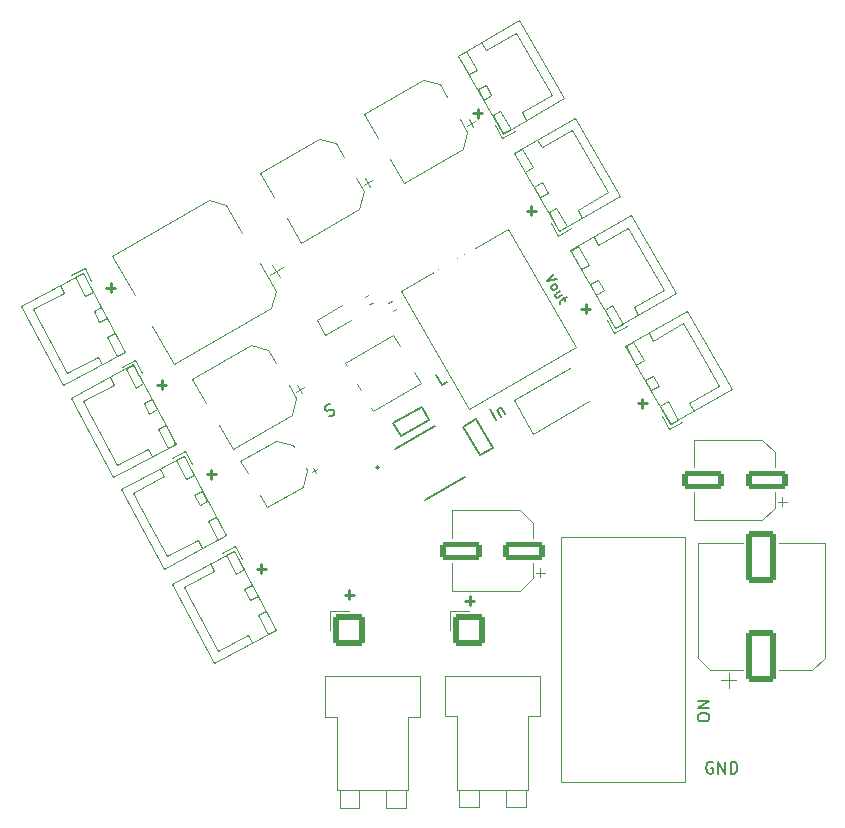
<source format=gbr>
%TF.GenerationSoftware,KiCad,Pcbnew,9.0.5*%
%TF.CreationDate,2025-12-02T14:51:34+09:00*%
%TF.ProjectId,2025_power,32303235-5f70-46f7-9765-722e6b696361,rev?*%
%TF.SameCoordinates,Original*%
%TF.FileFunction,Legend,Top*%
%TF.FilePolarity,Positive*%
%FSLAX46Y46*%
G04 Gerber Fmt 4.6, Leading zero omitted, Abs format (unit mm)*
G04 Created by KiCad (PCBNEW 9.0.5) date 2025-12-02 14:51:34*
%MOMM*%
%LPD*%
G01*
G04 APERTURE LIST*
G04 Aperture macros list*
%AMRoundRect*
0 Rectangle with rounded corners*
0 $1 Rounding radius*
0 $2 $3 $4 $5 $6 $7 $8 $9 X,Y pos of 4 corners*
0 Add a 4 corners polygon primitive as box body*
4,1,4,$2,$3,$4,$5,$6,$7,$8,$9,$2,$3,0*
0 Add four circle primitives for the rounded corners*
1,1,$1+$1,$2,$3*
1,1,$1+$1,$4,$5*
1,1,$1+$1,$6,$7*
1,1,$1+$1,$8,$9*
0 Add four rect primitives between the rounded corners*
20,1,$1+$1,$2,$3,$4,$5,0*
20,1,$1+$1,$4,$5,$6,$7,0*
20,1,$1+$1,$6,$7,$8,$9,0*
20,1,$1+$1,$8,$9,$2,$3,0*%
%AMHorizOval*
0 Thick line with rounded ends*
0 $1 width*
0 $2 $3 position (X,Y) of the first rounded end (center of the circle)*
0 $4 $5 position (X,Y) of the second rounded end (center of the circle)*
0 Add line between two ends*
20,1,$1,$2,$3,$4,$5,0*
0 Add two circle primitives to create the rounded ends*
1,1,$1,$2,$3*
1,1,$1,$4,$5*%
%AMRotRect*
0 Rectangle, with rotation*
0 The origin of the aperture is its center*
0 $1 length*
0 $2 width*
0 $3 Rotation angle, in degrees counterclockwise*
0 Add horizontal line*
21,1,$1,$2,0,0,$3*%
G04 Aperture macros list end*
%ADD10C,0.250000*%
%ADD11C,0.200000*%
%ADD12C,0.100000*%
%ADD13C,0.120000*%
%ADD14C,0.127000*%
%ADD15C,0.010000*%
%ADD16RotRect,2.500000X4.000000X120.000000*%
%ADD17C,3.200000*%
%ADD18C,1.524000*%
%ADD19RoundRect,0.135000X-0.024413X-0.227715X0.209413X-0.092715X0.024413X0.227715X-0.209413X0.092715X0*%
%ADD20RotRect,0.900000X0.900000X210.000000*%
%ADD21RoundRect,0.237500X-0.130232X-0.349431X0.367732X-0.061931X0.130232X0.349431X-0.367732X0.061931X0*%
%ADD22RoundRect,0.250001X-1.099999X-1.099999X1.099999X-1.099999X1.099999X1.099999X-1.099999X1.099999X0*%
%ADD23C,2.700000*%
%ADD24RoundRect,0.250000X1.015544X1.741025X-2.015544X-0.008975X-1.015544X-1.741025X2.015544X0.008975X0*%
%ADD25RoundRect,0.250000X0.849519X0.028590X0.449519X0.721410X-0.849519X-0.028590X-0.449519X-0.721410X0*%
%ADD26RoundRect,0.250000X1.024519X-0.274519X0.274519X1.024519X-1.024519X0.274519X-0.274519X-1.024519X0*%
%ADD27RoundRect,0.250000X0.949519X-0.144615X0.349519X0.894615X-0.949519X0.144615X-0.349519X-0.894615X0*%
%ADD28HorizOval,1.700000X0.129904X0.075000X-0.129904X-0.075000X0*%
%ADD29RoundRect,0.250000X1.500000X0.550000X-1.500000X0.550000X-1.500000X-0.550000X1.500000X-0.550000X0*%
%ADD30RoundRect,0.250000X-0.541025X-1.062917X1.191025X-0.062917X0.541025X1.062917X-1.191025X0.062917X0*%
%ADD31RoundRect,0.250000X-0.943894X0.177665X-0.380528X-0.881872X0.943894X-0.177665X0.380528X0.881872X0*%
%ADD32HorizOval,1.700000X-0.132442X-0.070421X0.132442X0.070421X0*%
%ADD33RoundRect,0.250000X1.024038X1.226314X-1.574038X-0.273686X-1.024038X-1.226314X1.574038X0.273686X0*%
%ADD34RoundRect,0.250000X1.000000X-1.950000X1.000000X1.950000X-1.000000X1.950000X-1.000000X-1.950000X0*%
%ADD35RotRect,0.900000X0.900000X120.000000*%
%ADD36RoundRect,0.250000X0.634327X1.001314X-1.184327X-0.048686X-0.634327X-1.001314X1.184327X0.048686X0*%
%ADD37O,1.800000X2.500000*%
%ADD38O,1.800000X2.600000*%
%ADD39O,1.500000X2.500000*%
G04 APERTURE END LIST*
D10*
X86324604Y-84936356D02*
X87086509Y-84936356D01*
X86705556Y-85317309D02*
X86705556Y-84555404D01*
X102224604Y-102736356D02*
X102986509Y-102736356D01*
X102605556Y-103117309D02*
X102605556Y-102355404D01*
D11*
X110888184Y-84714766D02*
X110475791Y-84952861D01*
X110475791Y-84952861D02*
X109975791Y-84086836D01*
X119912535Y-75578470D02*
X119353048Y-76209410D01*
X119353048Y-76209410D02*
X120179201Y-76040350D01*
X119676857Y-76770264D02*
X119671753Y-76685234D01*
X119671753Y-76685234D02*
X119685697Y-76633195D01*
X119685697Y-76633195D02*
X119732632Y-76562108D01*
X119732632Y-76562108D02*
X119930581Y-76447822D01*
X119930581Y-76447822D02*
X120015612Y-76442719D01*
X120015612Y-76442719D02*
X120067651Y-76456662D01*
X120067651Y-76456662D02*
X120138737Y-76503598D01*
X120138737Y-76503598D02*
X120195880Y-76602572D01*
X120195880Y-76602572D02*
X120200984Y-76687602D01*
X120200984Y-76687602D02*
X120187040Y-76739642D01*
X120187040Y-76739642D02*
X120140105Y-76810728D01*
X120140105Y-76810728D02*
X119942156Y-76925014D01*
X119942156Y-76925014D02*
X119857126Y-76930118D01*
X119857126Y-76930118D02*
X119805087Y-76916174D01*
X119805087Y-76916174D02*
X119734000Y-76869239D01*
X119734000Y-76869239D02*
X119676857Y-76770264D01*
X120614928Y-77328384D02*
X120153048Y-77595051D01*
X120443499Y-77031461D02*
X120080594Y-77240985D01*
X120080594Y-77240985D02*
X120033658Y-77312072D01*
X120033658Y-77312072D02*
X120038762Y-77397102D01*
X120038762Y-77397102D02*
X120095905Y-77496076D01*
X120095905Y-77496076D02*
X120166992Y-77543012D01*
X120166992Y-77543012D02*
X120219031Y-77556956D01*
X120748262Y-77559325D02*
X120900643Y-77823256D01*
X121036345Y-77524966D02*
X120442499Y-77867823D01*
X120442499Y-77867823D02*
X120395563Y-77938909D01*
X120395563Y-77938909D02*
X120400667Y-78023940D01*
X120400667Y-78023940D02*
X120438762Y-78089923D01*
D10*
X112424604Y-103236356D02*
X113186509Y-103236356D01*
X112805556Y-103617309D02*
X112805556Y-102855404D01*
D11*
X100910743Y-87635431D02*
X101058270Y-87605242D01*
X101058270Y-87605242D02*
X101264467Y-87486195D01*
X101264467Y-87486195D02*
X101323136Y-87397336D01*
X101323136Y-87397336D02*
X101340565Y-87332287D01*
X101340565Y-87332287D02*
X101334186Y-87225999D01*
X101334186Y-87225999D02*
X101286567Y-87143521D01*
X101286567Y-87143521D02*
X101197708Y-87084852D01*
X101197708Y-87084852D02*
X101132659Y-87067422D01*
X101132659Y-87067422D02*
X101026371Y-87073801D01*
X101026371Y-87073801D02*
X100837605Y-87127800D01*
X100837605Y-87127800D02*
X100731316Y-87134180D01*
X100731316Y-87134180D02*
X100666268Y-87116750D01*
X100666268Y-87116750D02*
X100577409Y-87058081D01*
X100577409Y-87058081D02*
X100529790Y-86975603D01*
X100529790Y-86975603D02*
X100523410Y-86869314D01*
X100523410Y-86869314D02*
X100540840Y-86804266D01*
X100540840Y-86804266D02*
X100599509Y-86715407D01*
X100599509Y-86715407D02*
X100805706Y-86596360D01*
X100805706Y-86596360D02*
X100953233Y-86566170D01*
D10*
X117624604Y-70236356D02*
X118386509Y-70236356D01*
X118005556Y-70617309D02*
X118005556Y-69855404D01*
X94766637Y-100536356D02*
X95528542Y-100536356D01*
X95147589Y-100917309D02*
X95147589Y-100155404D01*
X122224604Y-78536356D02*
X122986509Y-78536356D01*
X122605556Y-78917309D02*
X122605556Y-78155404D01*
D11*
X115024829Y-87899013D02*
X114524829Y-87032988D01*
X115103889Y-87083568D02*
X115437222Y-87660918D01*
X115151508Y-87166047D02*
X115168938Y-87100998D01*
X115168938Y-87100998D02*
X115227607Y-87012139D01*
X115227607Y-87012139D02*
X115351325Y-86940711D01*
X115351325Y-86940711D02*
X115457613Y-86934331D01*
X115457613Y-86934331D02*
X115546471Y-86993000D01*
X115546471Y-86993000D02*
X115808376Y-87446632D01*
D10*
X113103469Y-61973465D02*
X113865374Y-61973465D01*
X113484421Y-62354418D02*
X113484421Y-61592513D01*
X82007676Y-76736356D02*
X82769581Y-76736356D01*
X82388628Y-77117309D02*
X82388628Y-76355404D01*
X90516637Y-92536356D02*
X91278542Y-92536356D01*
X90897589Y-92917309D02*
X90897589Y-92155404D01*
X127024604Y-86536356D02*
X127786509Y-86536356D01*
X127405556Y-86917309D02*
X127405556Y-86155404D01*
D11*
X133365518Y-116917528D02*
X133270280Y-116869909D01*
X133270280Y-116869909D02*
X133127423Y-116869909D01*
X133127423Y-116869909D02*
X132984566Y-116917528D01*
X132984566Y-116917528D02*
X132889328Y-117012766D01*
X132889328Y-117012766D02*
X132841709Y-117108004D01*
X132841709Y-117108004D02*
X132794090Y-117298480D01*
X132794090Y-117298480D02*
X132794090Y-117441337D01*
X132794090Y-117441337D02*
X132841709Y-117631813D01*
X132841709Y-117631813D02*
X132889328Y-117727051D01*
X132889328Y-117727051D02*
X132984566Y-117822290D01*
X132984566Y-117822290D02*
X133127423Y-117869909D01*
X133127423Y-117869909D02*
X133222661Y-117869909D01*
X133222661Y-117869909D02*
X133365518Y-117822290D01*
X133365518Y-117822290D02*
X133413137Y-117774670D01*
X133413137Y-117774670D02*
X133413137Y-117441337D01*
X133413137Y-117441337D02*
X133222661Y-117441337D01*
X133841709Y-117869909D02*
X133841709Y-116869909D01*
X133841709Y-116869909D02*
X134413137Y-117869909D01*
X134413137Y-117869909D02*
X134413137Y-116869909D01*
X134889328Y-117869909D02*
X134889328Y-116869909D01*
X134889328Y-116869909D02*
X135127423Y-116869909D01*
X135127423Y-116869909D02*
X135270280Y-116917528D01*
X135270280Y-116917528D02*
X135365518Y-117012766D01*
X135365518Y-117012766D02*
X135413137Y-117108004D01*
X135413137Y-117108004D02*
X135460756Y-117298480D01*
X135460756Y-117298480D02*
X135460756Y-117441337D01*
X135460756Y-117441337D02*
X135413137Y-117631813D01*
X135413137Y-117631813D02*
X135365518Y-117727051D01*
X135365518Y-117727051D02*
X135270280Y-117822290D01*
X135270280Y-117822290D02*
X135127423Y-117869909D01*
X135127423Y-117869909D02*
X134889328Y-117869909D01*
X132089255Y-113192540D02*
X132089255Y-113002064D01*
X132089255Y-113002064D02*
X132136874Y-112906826D01*
X132136874Y-112906826D02*
X132232112Y-112811588D01*
X132232112Y-112811588D02*
X132422588Y-112763969D01*
X132422588Y-112763969D02*
X132755921Y-112763969D01*
X132755921Y-112763969D02*
X132946397Y-112811588D01*
X132946397Y-112811588D02*
X133041636Y-112906826D01*
X133041636Y-112906826D02*
X133089255Y-113002064D01*
X133089255Y-113002064D02*
X133089255Y-113192540D01*
X133089255Y-113192540D02*
X133041636Y-113287778D01*
X133041636Y-113287778D02*
X132946397Y-113383016D01*
X132946397Y-113383016D02*
X132755921Y-113430635D01*
X132755921Y-113430635D02*
X132422588Y-113430635D01*
X132422588Y-113430635D02*
X132232112Y-113383016D01*
X132232112Y-113383016D02*
X132136874Y-113287778D01*
X132136874Y-113287778D02*
X132089255Y-113192540D01*
X133089255Y-112335397D02*
X132089255Y-112335397D01*
X132089255Y-112335397D02*
X133089255Y-111763969D01*
X133089255Y-111763969D02*
X132089255Y-111763969D01*
D12*
%TO.C,L1*%
X121790568Y-81733082D02*
X112697302Y-86983082D01*
X106947302Y-77023790D01*
X116040568Y-71773790D01*
X121790568Y-81733082D01*
D13*
%TO.C,R4*%
X104306943Y-78155910D02*
X104573057Y-78002269D01*
X103926943Y-77497731D02*
X104193057Y-77344090D01*
D14*
%TO.C,C9*%
X109361018Y-87910470D02*
X106941344Y-89307470D01*
X108726018Y-86810618D02*
X109361018Y-87910470D01*
X106941344Y-89307470D02*
X106306344Y-88207618D01*
X106306344Y-88207618D02*
X108726018Y-86810618D01*
D13*
%TO.C,LED3*%
X101977244Y-78213472D02*
X99846822Y-79443472D01*
X100581822Y-80716530D02*
X102712244Y-79486530D01*
X99846822Y-79443472D02*
X100581822Y-80716530D01*
%TO.C,J1*%
X118767658Y-109601377D02*
X118767658Y-113021377D01*
X118767658Y-113021377D02*
X117717658Y-113021377D01*
X117717658Y-113021377D02*
X117717658Y-119221377D01*
X117717658Y-119221377D02*
X111737658Y-119221377D01*
X117527658Y-120721377D02*
X117527658Y-119221377D01*
X115887658Y-119221377D02*
X115887658Y-120721377D01*
X115887658Y-120721377D02*
X117527658Y-120721377D01*
X113567658Y-120721377D02*
X113567658Y-119221377D01*
X112747658Y-104101377D02*
X111137658Y-104101377D01*
X111927658Y-119221377D02*
X111927658Y-120721377D01*
X111927658Y-120721377D02*
X113567658Y-120721377D01*
X111737658Y-113021377D02*
X110687658Y-113021377D01*
X111737658Y-119221377D02*
X111737658Y-113021377D01*
X111137658Y-104101377D02*
X111137658Y-105711377D01*
X110687658Y-109601377D02*
X118767658Y-109601377D01*
X110687658Y-113021377D02*
X110687658Y-109601377D01*
%TO.C,C2*%
X96947707Y-75017920D02*
X95865176Y-75642920D01*
X96718942Y-75871686D02*
X96093942Y-74789154D01*
X96375111Y-77006154D02*
X95985500Y-78460202D01*
X96375111Y-77006154D02*
X95032330Y-74680388D01*
X95985500Y-78460202D02*
X87796743Y-83187984D01*
X92179548Y-69739226D02*
X93522330Y-72064991D01*
X92179548Y-69739226D02*
X90725500Y-69349615D01*
X90725500Y-69349615D02*
X82536742Y-74077397D01*
X87796743Y-83187984D02*
X85921742Y-79940389D01*
X82536742Y-74077397D02*
X84411742Y-77324992D01*
%TO.C,RV1*%
X108682500Y-84809244D02*
X104594860Y-87169244D01*
X108117500Y-83830635D02*
X108682500Y-84809244D01*
X106322500Y-80721604D02*
X106887500Y-81700213D01*
X104594860Y-87169244D02*
X104429860Y-86883456D01*
X103549860Y-85359251D02*
X103279860Y-84891597D01*
X102399860Y-83367392D02*
X102234860Y-83081604D01*
X102234860Y-83081604D02*
X106322500Y-80721604D01*
%TO.C,J6*%
X134962121Y-85309747D02*
X131152121Y-78710633D01*
X133923942Y-85031568D02*
X132398942Y-82390190D01*
X131744167Y-87156087D02*
X131369167Y-86506568D01*
X131369167Y-86506568D02*
X133923942Y-85031568D01*
X131152121Y-78710633D02*
X125981949Y-81695633D01*
X130873942Y-79748813D02*
X132398942Y-82390190D01*
X130445129Y-87906087D02*
X129545129Y-86347241D01*
X129795610Y-88281087D02*
X130445129Y-87906087D01*
X129791950Y-88294747D02*
X134962121Y-85309747D01*
X129685802Y-88690894D02*
X130768334Y-88065894D01*
X129545129Y-86347241D02*
X128895610Y-86722241D01*
X129060802Y-87608363D02*
X129685802Y-88690894D01*
X128895610Y-86722241D02*
X129795610Y-88281087D01*
X128795129Y-85048203D02*
X128295129Y-84182178D01*
X128319167Y-81223813D02*
X130873942Y-79748813D01*
X128295129Y-84182178D02*
X127645610Y-84557178D01*
X128145610Y-85423203D02*
X128795129Y-85048203D01*
X127944167Y-80574294D02*
X128319167Y-81223813D01*
X127645610Y-84557178D02*
X128145610Y-85423203D01*
X127545129Y-82883139D02*
X126645129Y-81324294D01*
X126895610Y-83258139D02*
X127545129Y-82883139D01*
X126645129Y-81324294D02*
X125995610Y-81699294D01*
X125995610Y-81699294D02*
X126895610Y-83258139D01*
X125981949Y-81695633D02*
X129791950Y-88294747D01*
%TO.C,J2*%
X108609420Y-109630954D02*
X108609420Y-113050954D01*
X108609420Y-113050954D02*
X107559420Y-113050954D01*
X107559420Y-113050954D02*
X107559420Y-119250954D01*
X107559420Y-119250954D02*
X101579420Y-119250954D01*
X107369420Y-120750954D02*
X107369420Y-119250954D01*
X105729420Y-119250954D02*
X105729420Y-120750954D01*
X105729420Y-120750954D02*
X107369420Y-120750954D01*
X103409420Y-120750954D02*
X103409420Y-119250954D01*
X102589420Y-104130954D02*
X100979420Y-104130954D01*
X101769420Y-119250954D02*
X101769420Y-120750954D01*
X101769420Y-120750954D02*
X103409420Y-120750954D01*
X101579420Y-113050954D02*
X100529420Y-113050954D01*
X101579420Y-119250954D02*
X101579420Y-113050954D01*
X100979420Y-104130954D02*
X100979420Y-105740954D01*
X100529420Y-109630954D02*
X108609420Y-109630954D01*
X100529420Y-113050954D02*
X100529420Y-109630954D01*
D14*
%TO.C,U1*%
X109029321Y-94729956D02*
X112406821Y-92779956D01*
X106504321Y-90356528D02*
X109881821Y-88406528D01*
D11*
X105078348Y-91953464D02*
G75*
G02*
X104878348Y-91953464I-100000J0D01*
G01*
X104878348Y-91953464D02*
G75*
G02*
X105078348Y-91953464I100000J0D01*
G01*
D13*
%TO.C,C5*%
X119159536Y-100850190D02*
X118372036Y-100850190D01*
X118765786Y-101243940D02*
X118765786Y-100456440D01*
X118132036Y-96657127D02*
X118132036Y-97942690D01*
X118132036Y-96657127D02*
X117067599Y-95592690D01*
X118132036Y-101348253D02*
X118132036Y-100062690D01*
X118132036Y-101348253D02*
X117067599Y-102412690D01*
X117067599Y-95592690D02*
X111312036Y-95592689D01*
X117067599Y-102412690D02*
X111312035Y-102412690D01*
X111312036Y-95592689D02*
X111312036Y-97942690D01*
X111312035Y-102412690D02*
X111312036Y-100062690D01*
%TO.C,D3*%
X118159735Y-89114176D02*
X122931535Y-86359176D01*
X116509735Y-86256292D02*
X121281535Y-83501292D01*
X116509735Y-86256292D02*
X118159735Y-89114176D01*
%TO.C,J8*%
X125548663Y-68949716D02*
X121738663Y-62350602D01*
X124510484Y-68671537D02*
X122985484Y-66030159D01*
X122330709Y-70796056D02*
X121955709Y-70146537D01*
X121955709Y-70146537D02*
X124510484Y-68671537D01*
X121738663Y-62350602D02*
X116568491Y-65335602D01*
X121460484Y-63388782D02*
X122985484Y-66030159D01*
X121031671Y-71546056D02*
X120131671Y-69987210D01*
X120382152Y-71921056D02*
X121031671Y-71546056D01*
X120378492Y-71934716D02*
X125548663Y-68949716D01*
X120272344Y-72330863D02*
X121354876Y-71705863D01*
X120131671Y-69987210D02*
X119482152Y-70362210D01*
X119647344Y-71248332D02*
X120272344Y-72330863D01*
X119482152Y-70362210D02*
X120382152Y-71921056D01*
X119381671Y-68688172D02*
X118881671Y-67822147D01*
X118905709Y-64863782D02*
X121460484Y-63388782D01*
X118881671Y-67822147D02*
X118232152Y-68197147D01*
X118732152Y-69063172D02*
X119381671Y-68688172D01*
X118530709Y-64214263D02*
X118905709Y-64863782D01*
X118232152Y-68197147D02*
X118732152Y-69063172D01*
X118131671Y-66523108D02*
X117231671Y-64964263D01*
X117482152Y-66898108D02*
X118131671Y-66523108D01*
X117231671Y-64964263D02*
X116582152Y-65339263D01*
X116582152Y-65339263D02*
X117482152Y-66898108D01*
X116568491Y-65335602D02*
X120378492Y-71934716D01*
%TO.C,C4*%
X139659536Y-94850190D02*
X138872036Y-94850190D01*
X139265786Y-95243940D02*
X139265786Y-94456440D01*
X138632036Y-90657127D02*
X138632036Y-91942690D01*
X138632036Y-90657127D02*
X137567599Y-89592690D01*
X138632036Y-95348253D02*
X138632036Y-94062690D01*
X138632036Y-95348253D02*
X137567599Y-96412690D01*
X137567599Y-89592690D02*
X131812035Y-89592690D01*
X137567599Y-96412690D02*
X131812036Y-96412691D01*
X131812036Y-96412691D02*
X131812036Y-94062690D01*
X131812035Y-89592690D02*
X131812036Y-91942690D01*
%TO.C,J9*%
X83637362Y-82182779D02*
X80059986Y-75454718D01*
X83623836Y-82178644D02*
X82778787Y-80589338D01*
X82961625Y-82530747D02*
X83623836Y-82178644D01*
X82778787Y-80589338D02*
X82116576Y-80941442D01*
X82116576Y-80941442D02*
X82961625Y-82530747D01*
X82074580Y-79264916D02*
X81605108Y-78381969D01*
X81637204Y-83234955D02*
X81285100Y-82572744D01*
X81605108Y-78381969D02*
X80942898Y-78734073D01*
X81412369Y-79617020D02*
X82074580Y-79264916D01*
X81285100Y-82572744D02*
X78680405Y-83957685D01*
X80942898Y-78734073D02*
X81412369Y-79617020D01*
X80900901Y-77057548D02*
X80055852Y-75468242D01*
X80766735Y-76166201D02*
X80179895Y-75062517D01*
X80238690Y-77409652D02*
X80900901Y-77057548D01*
X80179895Y-75062517D02*
X79076210Y-75649356D01*
X80059986Y-75454718D02*
X74788790Y-78257463D01*
X80055852Y-75468242D02*
X79393641Y-75820346D01*
X79393641Y-75820346D02*
X80238690Y-77409652D01*
X78680405Y-83957685D02*
X77248516Y-81264696D01*
X78421324Y-77186764D02*
X75816628Y-78571705D01*
X78366163Y-84985524D02*
X83637362Y-82182779D01*
X78069220Y-76524553D02*
X78421324Y-77186764D01*
X75816628Y-78571705D02*
X77248516Y-81264696D01*
X74788790Y-78257463D02*
X78366163Y-84985524D01*
%TO.C,J7*%
X120798663Y-60699716D02*
X116988663Y-54100602D01*
X119760484Y-60421537D02*
X118235484Y-57780159D01*
X117580709Y-62546056D02*
X117205709Y-61896537D01*
X117205709Y-61896537D02*
X119760484Y-60421537D01*
X116988663Y-54100602D02*
X111818491Y-57085602D01*
X116710484Y-55138782D02*
X118235484Y-57780159D01*
X116281671Y-63296056D02*
X115381671Y-61737210D01*
X115632152Y-63671056D02*
X116281671Y-63296056D01*
X115628492Y-63684716D02*
X120798663Y-60699716D01*
X115522344Y-64080863D02*
X116604876Y-63455863D01*
X115381671Y-61737210D02*
X114732152Y-62112210D01*
X114897344Y-62998332D02*
X115522344Y-64080863D01*
X114732152Y-62112210D02*
X115632152Y-63671056D01*
X114631671Y-60438172D02*
X114131671Y-59572147D01*
X114155709Y-56613782D02*
X116710484Y-55138782D01*
X114131671Y-59572147D02*
X113482152Y-59947147D01*
X113982152Y-60813172D02*
X114631671Y-60438172D01*
X113780709Y-55964263D02*
X114155709Y-56613782D01*
X113482152Y-59947147D02*
X113982152Y-60813172D01*
X113381671Y-58273108D02*
X112481671Y-56714263D01*
X112732152Y-58648108D02*
X113381671Y-58273108D01*
X112481671Y-56714263D02*
X111832152Y-57089263D01*
X111832152Y-57089263D02*
X112732152Y-58648108D01*
X111818491Y-57085602D02*
X115628492Y-63684716D01*
%TO.C,R1*%
X106296713Y-78704219D02*
X106562827Y-78550578D01*
X105916713Y-78046040D02*
X106182827Y-77892399D01*
%TO.C,C8*%
X98738774Y-85133922D02*
X98056779Y-85527672D01*
X98594651Y-85671794D02*
X98200901Y-84989799D01*
X98097964Y-86079007D02*
X97708353Y-87533055D01*
X98097964Y-86079007D02*
X97455183Y-84965677D01*
X97708353Y-87533055D02*
X92723889Y-90410837D01*
X95752401Y-82016373D02*
X96395183Y-83129703D01*
X95752401Y-82016373D02*
X94298353Y-81626762D01*
X94298353Y-81626762D02*
X89313889Y-84504543D01*
X92723889Y-90410837D02*
X91548889Y-88375677D01*
X89313889Y-84504543D02*
X90488889Y-86539703D01*
%TO.C,J3*%
X130298663Y-77199716D02*
X126488663Y-70600602D01*
X129260484Y-76921537D02*
X127735484Y-74280159D01*
X127080709Y-79046056D02*
X126705709Y-78396537D01*
X126705709Y-78396537D02*
X129260484Y-76921537D01*
X126488663Y-70600602D02*
X121318491Y-73585602D01*
X126210484Y-71638782D02*
X127735484Y-74280159D01*
X125781671Y-79796056D02*
X124881671Y-78237210D01*
X125132152Y-80171056D02*
X125781671Y-79796056D01*
X125128492Y-80184716D02*
X130298663Y-77199716D01*
X125022344Y-80580863D02*
X126104876Y-79955863D01*
X124881671Y-78237210D02*
X124232152Y-78612210D01*
X124397344Y-79498332D02*
X125022344Y-80580863D01*
X124232152Y-78612210D02*
X125132152Y-80171056D01*
X124131671Y-76938172D02*
X123631671Y-76072147D01*
X123655709Y-73113782D02*
X126210484Y-71638782D01*
X123631671Y-76072147D02*
X122982152Y-76447147D01*
X123482152Y-77313172D02*
X124131671Y-76938172D01*
X123280709Y-72464263D02*
X123655709Y-73113782D01*
X122982152Y-76447147D02*
X123482152Y-77313172D01*
X122881671Y-74773108D02*
X121981671Y-73214263D01*
X122232152Y-75148108D02*
X122881671Y-74773108D01*
X121981671Y-73214263D02*
X121332152Y-73589263D01*
X121332152Y-73589263D02*
X122232152Y-75148108D01*
X121318491Y-73585602D02*
X125128492Y-80184716D01*
%TO.C,J5*%
X96396323Y-105715348D02*
X92818947Y-98987287D01*
X96382797Y-105711213D02*
X95537748Y-104121907D01*
X95720586Y-106063316D02*
X96382797Y-105711213D01*
X95537748Y-104121907D02*
X94875537Y-104474011D01*
X94875537Y-104474011D02*
X95720586Y-106063316D01*
X94833541Y-102797485D02*
X94364069Y-101914538D01*
X94396165Y-106767524D02*
X94044061Y-106105313D01*
X94364069Y-101914538D02*
X93701859Y-102266642D01*
X94171330Y-103149589D02*
X94833541Y-102797485D01*
X94044061Y-106105313D02*
X91439366Y-107490254D01*
X93701859Y-102266642D02*
X94171330Y-103149589D01*
X93659862Y-100590117D02*
X92814813Y-99000811D01*
X93525696Y-99698770D02*
X92938856Y-98595086D01*
X92997651Y-100942221D02*
X93659862Y-100590117D01*
X92938856Y-98595086D02*
X91835171Y-99181925D01*
X92818947Y-98987287D02*
X87547751Y-101790032D01*
X92814813Y-99000811D02*
X92152602Y-99352915D01*
X92152602Y-99352915D02*
X92997651Y-100942221D01*
X91439366Y-107490254D02*
X90007477Y-104797265D01*
X91180285Y-100719333D02*
X88575589Y-102104274D01*
X91125124Y-108518093D02*
X96396323Y-105715348D01*
X90828181Y-100057122D02*
X91180285Y-100719333D01*
X88575589Y-102104274D02*
X90007477Y-104797265D01*
X87547751Y-101790032D02*
X91125124Y-108518093D01*
%TO.C,C1*%
X142832036Y-98392690D02*
X138982036Y-98392690D01*
X142832036Y-108048253D02*
X142832036Y-98392690D01*
X141767599Y-109112690D02*
X142832036Y-108048253D01*
X141767599Y-109112690D02*
X138982036Y-109112690D01*
X134712036Y-110602690D02*
X134712036Y-109352690D01*
X134087036Y-109977690D02*
X135337036Y-109977690D01*
X133176473Y-109112690D02*
X135962036Y-109112690D01*
X133176473Y-109112690D02*
X132112036Y-108048253D01*
X132112036Y-98392690D02*
X135962036Y-98392690D01*
X132112036Y-108048253D02*
X132112036Y-98392690D01*
%TO.C,C6*%
X104488774Y-67633922D02*
X103806779Y-68027672D01*
X104344651Y-68171794D02*
X103950901Y-67489799D01*
X103847964Y-68579007D02*
X103458353Y-70033055D01*
X103847964Y-68579007D02*
X103205183Y-67465677D01*
X103458353Y-70033055D02*
X98473889Y-72910837D01*
X101502401Y-64516373D02*
X102145183Y-65629703D01*
X101502401Y-64516373D02*
X100048353Y-64126762D01*
X100048353Y-64126762D02*
X95063889Y-67004543D01*
X98473889Y-72910837D02*
X97298889Y-70875677D01*
X95063889Y-67004543D02*
X96238889Y-69039703D01*
D14*
%TO.C,C3*%
X114762714Y-90290483D02*
X113662862Y-90925483D01*
X113662862Y-90925483D02*
X112265862Y-88505809D01*
X113365714Y-87870809D02*
X114762714Y-90290483D01*
X112265862Y-88505809D02*
X113365714Y-87870809D01*
D13*
%TO.C,C10*%
X99850112Y-92103690D02*
X99417100Y-92353690D01*
X99758606Y-92445196D02*
X99508606Y-92012183D01*
X99027035Y-92158078D02*
X98959253Y-92040677D01*
X99027035Y-92158078D02*
X98637424Y-93612126D01*
X98637424Y-93612126D02*
X95644819Y-95339907D01*
X97831472Y-90087302D02*
X97899253Y-90204703D01*
X97831472Y-90087302D02*
X96377424Y-89697691D01*
X96377424Y-89697691D02*
X93384819Y-91425473D01*
X95644819Y-95339907D02*
X95044819Y-94300677D01*
X93384819Y-91425473D02*
X93984819Y-92464703D01*
%TO.C,J4*%
X87896323Y-89965348D02*
X84318947Y-83237287D01*
X87882797Y-89961213D02*
X87037748Y-88371907D01*
X87220586Y-90313316D02*
X87882797Y-89961213D01*
X87037748Y-88371907D02*
X86375537Y-88724011D01*
X86375537Y-88724011D02*
X87220586Y-90313316D01*
X86333541Y-87047485D02*
X85864069Y-86164538D01*
X85896165Y-91017524D02*
X85544061Y-90355313D01*
X85864069Y-86164538D02*
X85201859Y-86516642D01*
X85671330Y-87399589D02*
X86333541Y-87047485D01*
X85544061Y-90355313D02*
X82939366Y-91740254D01*
X85201859Y-86516642D02*
X85671330Y-87399589D01*
X85159862Y-84840117D02*
X84314813Y-83250811D01*
X85025696Y-83948770D02*
X84438856Y-82845086D01*
X84497651Y-85192221D02*
X85159862Y-84840117D01*
X84438856Y-82845086D02*
X83335171Y-83431925D01*
X84318947Y-83237287D02*
X79047751Y-86040032D01*
X84314813Y-83250811D02*
X83652602Y-83602915D01*
X83652602Y-83602915D02*
X84497651Y-85192221D01*
X82939366Y-91740254D02*
X81507477Y-89047265D01*
X82680285Y-84969333D02*
X80075589Y-86354274D01*
X82625124Y-92768093D02*
X87896323Y-89965348D01*
X82328181Y-84307122D02*
X82680285Y-84969333D01*
X80075589Y-86354274D02*
X81507477Y-89047265D01*
X79047751Y-86040032D02*
X82625124Y-92768093D01*
%TO.C,SW1*%
X130987305Y-97817331D02*
X130987305Y-118617331D01*
X130987305Y-118617331D02*
X120487303Y-118617331D01*
X120487303Y-97817331D02*
X130987305Y-97817331D01*
X120487303Y-118617331D02*
X120487303Y-97817331D01*
%TO.C,J10*%
X92146323Y-97715348D02*
X88568947Y-90987287D01*
X92132797Y-97711213D02*
X91287748Y-96121907D01*
X91470586Y-98063316D02*
X92132797Y-97711213D01*
X91287748Y-96121907D02*
X90625537Y-96474011D01*
X90625537Y-96474011D02*
X91470586Y-98063316D01*
X90583541Y-94797485D02*
X90114069Y-93914538D01*
X90146165Y-98767524D02*
X89794061Y-98105313D01*
X90114069Y-93914538D02*
X89451859Y-94266642D01*
X89921330Y-95149589D02*
X90583541Y-94797485D01*
X89794061Y-98105313D02*
X87189366Y-99490254D01*
X89451859Y-94266642D02*
X89921330Y-95149589D01*
X89409862Y-92590117D02*
X88564813Y-91000811D01*
X89275696Y-91698770D02*
X88688856Y-90595086D01*
X88747651Y-92942221D02*
X89409862Y-92590117D01*
X88688856Y-90595086D02*
X87585171Y-91181925D01*
X88568947Y-90987287D02*
X83297751Y-93790032D01*
X88564813Y-91000811D02*
X87902602Y-91352915D01*
X87902602Y-91352915D02*
X88747651Y-92942221D01*
X87189366Y-99490254D02*
X85757477Y-96797265D01*
X86930285Y-92719333D02*
X84325589Y-94104274D01*
X86875124Y-100518093D02*
X92146323Y-97715348D01*
X86578181Y-92057122D02*
X86930285Y-92719333D01*
X84325589Y-94104274D02*
X85757477Y-96797265D01*
X83297751Y-93790032D02*
X86875124Y-100518093D01*
%TO.C,C7*%
X113238774Y-62633922D02*
X112556779Y-63027672D01*
X113094651Y-63171794D02*
X112700901Y-62489799D01*
X112597964Y-63579007D02*
X112208353Y-65033055D01*
X112597964Y-63579007D02*
X111955183Y-62465677D01*
X112208353Y-65033055D02*
X107223889Y-67910837D01*
X110252401Y-59516373D02*
X110895183Y-60629703D01*
X110252401Y-59516373D02*
X108798353Y-59126762D01*
X108798353Y-59126762D02*
X103813889Y-62004543D01*
X107223889Y-67910837D02*
X106048889Y-65875677D01*
X103813889Y-62004543D02*
X104988889Y-64039703D01*
%TD*%
%LPC*%
D15*
%TO.C,U1*%
X111356404Y-92260581D02*
X109104738Y-93560581D01*
X107554738Y-90875903D01*
X109806404Y-89575903D01*
X111356404Y-92260581D01*
G36*
X111356404Y-92260581D02*
G01*
X109104738Y-93560581D01*
X107554738Y-90875903D01*
X109806404Y-89575903D01*
X111356404Y-92260581D01*
G37*
X113274980Y-91143653D02*
X113277212Y-91143519D01*
X113279945Y-91144251D01*
X113282177Y-91144117D01*
X113284909Y-91144849D01*
X113287641Y-91145581D01*
X113290373Y-91146313D01*
X113293105Y-91147045D01*
X113294971Y-91148278D01*
X113297703Y-91149010D01*
X113299569Y-91150242D01*
X113302301Y-91150974D01*
X113304667Y-91153072D01*
X113306533Y-91154304D01*
X113308899Y-91156402D01*
X113309899Y-91158134D01*
X113312265Y-91160232D01*
X113313265Y-91161964D01*
X113315631Y-91164062D01*
X113316631Y-91165794D01*
X113318131Y-91168392D01*
X113638131Y-91722649D01*
X113639631Y-91725247D01*
X113640631Y-91726979D01*
X113641265Y-91730077D01*
X113642265Y-91731809D01*
X113642899Y-91734907D01*
X113643899Y-91736639D01*
X113644533Y-91739737D01*
X113644667Y-91741969D01*
X113645301Y-91745067D01*
X113644569Y-91747799D01*
X113644703Y-91750031D01*
X113643971Y-91752763D01*
X113644105Y-91754995D01*
X113643373Y-91757727D01*
X113642641Y-91760459D01*
X113641909Y-91763191D01*
X113641177Y-91765924D01*
X113639945Y-91767790D01*
X113639212Y-91770522D01*
X113637980Y-91772388D01*
X113637248Y-91775120D01*
X113635150Y-91777486D01*
X113633918Y-91779352D01*
X113631820Y-91781718D01*
X113630088Y-91782718D01*
X113627990Y-91785084D01*
X113626258Y-91786084D01*
X113624160Y-91788450D01*
X113622428Y-91789450D01*
X113619830Y-91790950D01*
X112242849Y-92585950D01*
X112240251Y-92587450D01*
X112238519Y-92588450D01*
X112235421Y-92589084D01*
X112233689Y-92590084D01*
X112230591Y-92590718D01*
X112228859Y-92591718D01*
X112225761Y-92592352D01*
X112223529Y-92592486D01*
X112220431Y-92593120D01*
X112217699Y-92592388D01*
X112215467Y-92592522D01*
X112212735Y-92591790D01*
X112210503Y-92591924D01*
X112207771Y-92591191D01*
X112205039Y-92590459D01*
X112202306Y-92589726D01*
X112199574Y-92588995D01*
X112197708Y-92587763D01*
X112194976Y-92587031D01*
X112193110Y-92585799D01*
X112190378Y-92585067D01*
X112188012Y-92582969D01*
X112186146Y-92581737D01*
X112183780Y-92579639D01*
X112182780Y-92577907D01*
X112180414Y-92575809D01*
X112179414Y-92574077D01*
X112177048Y-92571979D01*
X112176048Y-92570247D01*
X112174548Y-92567649D01*
X111854548Y-92013392D01*
X111853048Y-92010794D01*
X111852048Y-92009062D01*
X111851414Y-92005964D01*
X111850414Y-92004232D01*
X111849780Y-92001134D01*
X111848780Y-91999402D01*
X111848146Y-91996304D01*
X111848012Y-91994072D01*
X111847378Y-91990974D01*
X111848110Y-91988242D01*
X111847976Y-91986010D01*
X111848708Y-91983278D01*
X111848574Y-91981045D01*
X111849306Y-91978313D01*
X111850039Y-91975581D01*
X111850771Y-91972849D01*
X111851503Y-91970117D01*
X111852735Y-91968251D01*
X111853467Y-91965519D01*
X111854699Y-91963653D01*
X111855431Y-91960921D01*
X111857529Y-91958555D01*
X111858761Y-91956689D01*
X111860859Y-91954323D01*
X111862591Y-91953323D01*
X111864689Y-91950957D01*
X111866421Y-91949957D01*
X111868519Y-91947591D01*
X111870251Y-91946591D01*
X111872849Y-91945091D01*
X113249830Y-91150091D01*
X113252428Y-91148591D01*
X113254160Y-91147591D01*
X113257258Y-91146957D01*
X113258990Y-91145957D01*
X113262088Y-91145323D01*
X113263820Y-91144323D01*
X113266918Y-91143689D01*
X113269150Y-91143555D01*
X113272248Y-91142921D01*
X113274980Y-91143653D01*
G36*
X113274980Y-91143653D02*
G01*
X113277212Y-91143519D01*
X113279945Y-91144251D01*
X113282177Y-91144117D01*
X113284909Y-91144849D01*
X113287641Y-91145581D01*
X113290373Y-91146313D01*
X113293105Y-91147045D01*
X113294971Y-91148278D01*
X113297703Y-91149010D01*
X113299569Y-91150242D01*
X113302301Y-91150974D01*
X113304667Y-91153072D01*
X113306533Y-91154304D01*
X113308899Y-91156402D01*
X113309899Y-91158134D01*
X113312265Y-91160232D01*
X113313265Y-91161964D01*
X113315631Y-91164062D01*
X113316631Y-91165794D01*
X113318131Y-91168392D01*
X113638131Y-91722649D01*
X113639631Y-91725247D01*
X113640631Y-91726979D01*
X113641265Y-91730077D01*
X113642265Y-91731809D01*
X113642899Y-91734907D01*
X113643899Y-91736639D01*
X113644533Y-91739737D01*
X113644667Y-91741969D01*
X113645301Y-91745067D01*
X113644569Y-91747799D01*
X113644703Y-91750031D01*
X113643971Y-91752763D01*
X113644105Y-91754995D01*
X113643373Y-91757727D01*
X113642641Y-91760459D01*
X113641909Y-91763191D01*
X113641177Y-91765924D01*
X113639945Y-91767790D01*
X113639212Y-91770522D01*
X113637980Y-91772388D01*
X113637248Y-91775120D01*
X113635150Y-91777486D01*
X113633918Y-91779352D01*
X113631820Y-91781718D01*
X113630088Y-91782718D01*
X113627990Y-91785084D01*
X113626258Y-91786084D01*
X113624160Y-91788450D01*
X113622428Y-91789450D01*
X113619830Y-91790950D01*
X112242849Y-92585950D01*
X112240251Y-92587450D01*
X112238519Y-92588450D01*
X112235421Y-92589084D01*
X112233689Y-92590084D01*
X112230591Y-92590718D01*
X112228859Y-92591718D01*
X112225761Y-92592352D01*
X112223529Y-92592486D01*
X112220431Y-92593120D01*
X112217699Y-92592388D01*
X112215467Y-92592522D01*
X112212735Y-92591790D01*
X112210503Y-92591924D01*
X112207771Y-92591191D01*
X112205039Y-92590459D01*
X112202306Y-92589726D01*
X112199574Y-92588995D01*
X112197708Y-92587763D01*
X112194976Y-92587031D01*
X112193110Y-92585799D01*
X112190378Y-92585067D01*
X112188012Y-92582969D01*
X112186146Y-92581737D01*
X112183780Y-92579639D01*
X112182780Y-92577907D01*
X112180414Y-92575809D01*
X112179414Y-92574077D01*
X112177048Y-92571979D01*
X112176048Y-92570247D01*
X112174548Y-92567649D01*
X111854548Y-92013392D01*
X111853048Y-92010794D01*
X111852048Y-92009062D01*
X111851414Y-92005964D01*
X111850414Y-92004232D01*
X111849780Y-92001134D01*
X111848780Y-91999402D01*
X111848146Y-91996304D01*
X111848012Y-91994072D01*
X111847378Y-91990974D01*
X111848110Y-91988242D01*
X111847976Y-91986010D01*
X111848708Y-91983278D01*
X111848574Y-91981045D01*
X111849306Y-91978313D01*
X111850039Y-91975581D01*
X111850771Y-91972849D01*
X111851503Y-91970117D01*
X111852735Y-91968251D01*
X111853467Y-91965519D01*
X111854699Y-91963653D01*
X111855431Y-91960921D01*
X111857529Y-91958555D01*
X111858761Y-91956689D01*
X111860859Y-91954323D01*
X111862591Y-91953323D01*
X111864689Y-91950957D01*
X111866421Y-91949957D01*
X111868519Y-91947591D01*
X111870251Y-91946591D01*
X111872849Y-91945091D01*
X113249830Y-91150091D01*
X113252428Y-91148591D01*
X113254160Y-91147591D01*
X113257258Y-91146957D01*
X113258990Y-91145957D01*
X113262088Y-91145323D01*
X113263820Y-91144323D01*
X113266918Y-91143689D01*
X113269150Y-91143555D01*
X113272248Y-91142921D01*
X113274980Y-91143653D01*
G37*
X112639980Y-90043801D02*
X112642212Y-90043667D01*
X112644945Y-90044399D01*
X112647177Y-90044265D01*
X112649909Y-90044997D01*
X112652641Y-90045729D01*
X112655373Y-90046461D01*
X112658105Y-90047193D01*
X112659971Y-90048425D01*
X112662703Y-90049157D01*
X112664569Y-90050389D01*
X112667301Y-90051121D01*
X112669667Y-90053219D01*
X112671533Y-90054452D01*
X112673899Y-90056550D01*
X112674899Y-90058282D01*
X112677265Y-90060380D01*
X112678265Y-90062112D01*
X112680631Y-90064210D01*
X112681631Y-90065942D01*
X112683131Y-90068540D01*
X113003131Y-90622796D01*
X113004631Y-90625394D01*
X113005631Y-90627126D01*
X113006265Y-90630224D01*
X113007265Y-90631957D01*
X113007899Y-90635055D01*
X113008899Y-90636787D01*
X113009533Y-90639885D01*
X113009667Y-90642117D01*
X113010301Y-90645215D01*
X113009569Y-90647947D01*
X113009703Y-90650179D01*
X113008971Y-90652911D01*
X113009105Y-90655143D01*
X113008373Y-90657875D01*
X113007641Y-90660607D01*
X113006909Y-90663339D01*
X113006177Y-90666071D01*
X113004945Y-90667937D01*
X113004212Y-90670668D01*
X113002980Y-90672534D01*
X113002248Y-90675267D01*
X113000150Y-90677633D01*
X112998918Y-90679499D01*
X112996820Y-90681865D01*
X112995088Y-90682865D01*
X112992990Y-90685232D01*
X112991258Y-90686232D01*
X112989160Y-90688598D01*
X112987428Y-90689598D01*
X112984830Y-90691098D01*
X111607849Y-91486098D01*
X111605250Y-91487598D01*
X111603519Y-91488598D01*
X111600421Y-91489232D01*
X111598689Y-91490232D01*
X111595591Y-91490865D01*
X111593859Y-91491865D01*
X111590761Y-91492499D01*
X111588529Y-91492633D01*
X111585431Y-91493267D01*
X111582699Y-91492535D01*
X111580467Y-91492669D01*
X111577735Y-91491937D01*
X111575503Y-91492071D01*
X111572771Y-91491339D01*
X111570039Y-91490607D01*
X111567306Y-91489875D01*
X111564574Y-91489143D01*
X111562708Y-91487911D01*
X111559976Y-91487179D01*
X111558110Y-91485947D01*
X111555378Y-91485215D01*
X111553012Y-91483117D01*
X111551146Y-91481885D01*
X111548780Y-91479787D01*
X111547780Y-91478055D01*
X111545414Y-91475957D01*
X111544414Y-91474224D01*
X111542048Y-91472126D01*
X111541048Y-91470394D01*
X111539548Y-91467796D01*
X111219548Y-90913540D01*
X111218048Y-90910942D01*
X111217048Y-90909210D01*
X111216414Y-90906112D01*
X111215414Y-90904380D01*
X111214780Y-90901282D01*
X111213780Y-90899550D01*
X111213146Y-90896452D01*
X111213012Y-90894219D01*
X111212378Y-90891121D01*
X111213110Y-90888389D01*
X111212976Y-90886157D01*
X111213708Y-90883425D01*
X111213574Y-90881193D01*
X111214306Y-90878461D01*
X111215039Y-90875729D01*
X111215771Y-90872997D01*
X111216503Y-90870265D01*
X111217735Y-90868399D01*
X111218467Y-90865667D01*
X111219699Y-90863801D01*
X111220431Y-90861069D01*
X111222529Y-90858703D01*
X111223761Y-90856837D01*
X111225859Y-90854471D01*
X111227591Y-90853471D01*
X111229689Y-90851105D01*
X111231421Y-90850105D01*
X111233519Y-90847739D01*
X111235251Y-90846739D01*
X111237849Y-90845239D01*
X112614830Y-90050239D01*
X112617428Y-90048739D01*
X112619160Y-90047739D01*
X112622258Y-90047105D01*
X112623990Y-90046105D01*
X112627088Y-90045471D01*
X112628820Y-90044471D01*
X112631918Y-90043837D01*
X112634150Y-90043703D01*
X112637248Y-90043069D01*
X112639980Y-90043801D01*
G36*
X112639980Y-90043801D02*
G01*
X112642212Y-90043667D01*
X112644945Y-90044399D01*
X112647177Y-90044265D01*
X112649909Y-90044997D01*
X112652641Y-90045729D01*
X112655373Y-90046461D01*
X112658105Y-90047193D01*
X112659971Y-90048425D01*
X112662703Y-90049157D01*
X112664569Y-90050389D01*
X112667301Y-90051121D01*
X112669667Y-90053219D01*
X112671533Y-90054452D01*
X112673899Y-90056550D01*
X112674899Y-90058282D01*
X112677265Y-90060380D01*
X112678265Y-90062112D01*
X112680631Y-90064210D01*
X112681631Y-90065942D01*
X112683131Y-90068540D01*
X113003131Y-90622796D01*
X113004631Y-90625394D01*
X113005631Y-90627126D01*
X113006265Y-90630224D01*
X113007265Y-90631957D01*
X113007899Y-90635055D01*
X113008899Y-90636787D01*
X113009533Y-90639885D01*
X113009667Y-90642117D01*
X113010301Y-90645215D01*
X113009569Y-90647947D01*
X113009703Y-90650179D01*
X113008971Y-90652911D01*
X113009105Y-90655143D01*
X113008373Y-90657875D01*
X113007641Y-90660607D01*
X113006909Y-90663339D01*
X113006177Y-90666071D01*
X113004945Y-90667937D01*
X113004212Y-90670668D01*
X113002980Y-90672534D01*
X113002248Y-90675267D01*
X113000150Y-90677633D01*
X112998918Y-90679499D01*
X112996820Y-90681865D01*
X112995088Y-90682865D01*
X112992990Y-90685232D01*
X112991258Y-90686232D01*
X112989160Y-90688598D01*
X112987428Y-90689598D01*
X112984830Y-90691098D01*
X111607849Y-91486098D01*
X111605250Y-91487598D01*
X111603519Y-91488598D01*
X111600421Y-91489232D01*
X111598689Y-91490232D01*
X111595591Y-91490865D01*
X111593859Y-91491865D01*
X111590761Y-91492499D01*
X111588529Y-91492633D01*
X111585431Y-91493267D01*
X111582699Y-91492535D01*
X111580467Y-91492669D01*
X111577735Y-91491937D01*
X111575503Y-91492071D01*
X111572771Y-91491339D01*
X111570039Y-91490607D01*
X111567306Y-91489875D01*
X111564574Y-91489143D01*
X111562708Y-91487911D01*
X111559976Y-91487179D01*
X111558110Y-91485947D01*
X111555378Y-91485215D01*
X111553012Y-91483117D01*
X111551146Y-91481885D01*
X111548780Y-91479787D01*
X111547780Y-91478055D01*
X111545414Y-91475957D01*
X111544414Y-91474224D01*
X111542048Y-91472126D01*
X111541048Y-91470394D01*
X111539548Y-91467796D01*
X111219548Y-90913540D01*
X111218048Y-90910942D01*
X111217048Y-90909210D01*
X111216414Y-90906112D01*
X111215414Y-90904380D01*
X111214780Y-90901282D01*
X111213780Y-90899550D01*
X111213146Y-90896452D01*
X111213012Y-90894219D01*
X111212378Y-90891121D01*
X111213110Y-90888389D01*
X111212976Y-90886157D01*
X111213708Y-90883425D01*
X111213574Y-90881193D01*
X111214306Y-90878461D01*
X111215039Y-90875729D01*
X111215771Y-90872997D01*
X111216503Y-90870265D01*
X111217735Y-90868399D01*
X111218467Y-90865667D01*
X111219699Y-90863801D01*
X111220431Y-90861069D01*
X111222529Y-90858703D01*
X111223761Y-90856837D01*
X111225859Y-90854471D01*
X111227591Y-90853471D01*
X111229689Y-90851105D01*
X111231421Y-90850105D01*
X111233519Y-90847739D01*
X111235251Y-90846739D01*
X111237849Y-90845239D01*
X112614830Y-90050239D01*
X112617428Y-90048739D01*
X112619160Y-90047739D01*
X112622258Y-90047105D01*
X112623990Y-90046105D01*
X112627088Y-90045471D01*
X112628820Y-90044471D01*
X112631918Y-90043837D01*
X112634150Y-90043703D01*
X112637248Y-90043069D01*
X112639980Y-90043801D01*
G37*
X112004980Y-88943949D02*
X112007212Y-88943815D01*
X112009945Y-88944547D01*
X112012177Y-88944413D01*
X112014909Y-88945145D01*
X112017641Y-88945877D01*
X112020373Y-88946609D01*
X112023105Y-88947341D01*
X112024971Y-88948573D01*
X112027703Y-88949305D01*
X112029569Y-88950537D01*
X112032301Y-88951269D01*
X112034667Y-88953367D01*
X112036533Y-88954599D01*
X112038899Y-88956697D01*
X112039899Y-88958429D01*
X112042265Y-88960527D01*
X112043265Y-88962260D01*
X112045631Y-88964358D01*
X112046631Y-88966090D01*
X112048131Y-88968688D01*
X112368131Y-89522944D01*
X112369631Y-89525542D01*
X112370631Y-89527274D01*
X112371265Y-89530372D01*
X112372265Y-89532104D01*
X112372899Y-89535202D01*
X112373899Y-89536934D01*
X112374533Y-89540032D01*
X112374667Y-89542265D01*
X112375301Y-89545363D01*
X112374569Y-89548095D01*
X112374703Y-89550327D01*
X112373971Y-89553059D01*
X112374105Y-89555291D01*
X112373373Y-89558023D01*
X112372641Y-89560755D01*
X112371909Y-89563487D01*
X112371177Y-89566219D01*
X112369945Y-89568085D01*
X112369212Y-89570817D01*
X112367980Y-89572683D01*
X112367248Y-89575415D01*
X112365150Y-89577781D01*
X112363918Y-89579647D01*
X112361820Y-89582013D01*
X112360088Y-89583013D01*
X112357990Y-89585379D01*
X112356258Y-89586379D01*
X112354160Y-89588745D01*
X112352428Y-89589745D01*
X112349830Y-89591245D01*
X110972849Y-90386245D01*
X110970251Y-90387745D01*
X110968519Y-90388745D01*
X110965421Y-90389379D01*
X110963689Y-90390379D01*
X110960591Y-90391013D01*
X110958859Y-90392013D01*
X110955761Y-90392647D01*
X110953529Y-90392781D01*
X110950431Y-90393415D01*
X110947699Y-90392683D01*
X110945467Y-90392817D01*
X110942735Y-90392085D01*
X110940503Y-90392219D01*
X110937771Y-90391487D01*
X110935039Y-90390755D01*
X110932306Y-90390023D01*
X110929574Y-90389291D01*
X110927708Y-90388059D01*
X110924976Y-90387327D01*
X110923110Y-90386095D01*
X110920378Y-90385363D01*
X110918012Y-90383265D01*
X110916146Y-90382032D01*
X110913780Y-90379934D01*
X110912780Y-90378202D01*
X110910414Y-90376104D01*
X110909414Y-90374372D01*
X110907048Y-90372274D01*
X110906048Y-90370542D01*
X110904548Y-90367944D01*
X110584548Y-89813688D01*
X110583048Y-89811090D01*
X110582048Y-89809358D01*
X110581414Y-89806260D01*
X110580414Y-89804527D01*
X110579780Y-89801429D01*
X110578780Y-89799697D01*
X110578146Y-89796599D01*
X110578012Y-89794367D01*
X110577378Y-89791269D01*
X110578110Y-89788537D01*
X110577976Y-89786305D01*
X110578708Y-89783573D01*
X110578574Y-89781341D01*
X110579306Y-89778609D01*
X110580039Y-89775877D01*
X110580771Y-89773145D01*
X110581503Y-89770413D01*
X110582735Y-89768547D01*
X110583467Y-89765815D01*
X110584699Y-89763949D01*
X110585431Y-89761217D01*
X110587529Y-89758851D01*
X110588761Y-89756985D01*
X110590859Y-89754619D01*
X110592591Y-89753619D01*
X110594689Y-89751252D01*
X110596421Y-89750252D01*
X110598519Y-89747886D01*
X110600251Y-89746886D01*
X110602849Y-89745386D01*
X111979830Y-88950386D01*
X111982428Y-88948886D01*
X111984160Y-88947886D01*
X111987258Y-88947252D01*
X111988990Y-88946252D01*
X111992088Y-88945619D01*
X111993820Y-88944619D01*
X111996918Y-88943985D01*
X111999150Y-88943851D01*
X112002248Y-88943217D01*
X112004980Y-88943949D01*
G36*
X112004980Y-88943949D02*
G01*
X112007212Y-88943815D01*
X112009945Y-88944547D01*
X112012177Y-88944413D01*
X112014909Y-88945145D01*
X112017641Y-88945877D01*
X112020373Y-88946609D01*
X112023105Y-88947341D01*
X112024971Y-88948573D01*
X112027703Y-88949305D01*
X112029569Y-88950537D01*
X112032301Y-88951269D01*
X112034667Y-88953367D01*
X112036533Y-88954599D01*
X112038899Y-88956697D01*
X112039899Y-88958429D01*
X112042265Y-88960527D01*
X112043265Y-88962260D01*
X112045631Y-88964358D01*
X112046631Y-88966090D01*
X112048131Y-88968688D01*
X112368131Y-89522944D01*
X112369631Y-89525542D01*
X112370631Y-89527274D01*
X112371265Y-89530372D01*
X112372265Y-89532104D01*
X112372899Y-89535202D01*
X112373899Y-89536934D01*
X112374533Y-89540032D01*
X112374667Y-89542265D01*
X112375301Y-89545363D01*
X112374569Y-89548095D01*
X112374703Y-89550327D01*
X112373971Y-89553059D01*
X112374105Y-89555291D01*
X112373373Y-89558023D01*
X112372641Y-89560755D01*
X112371909Y-89563487D01*
X112371177Y-89566219D01*
X112369945Y-89568085D01*
X112369212Y-89570817D01*
X112367980Y-89572683D01*
X112367248Y-89575415D01*
X112365150Y-89577781D01*
X112363918Y-89579647D01*
X112361820Y-89582013D01*
X112360088Y-89583013D01*
X112357990Y-89585379D01*
X112356258Y-89586379D01*
X112354160Y-89588745D01*
X112352428Y-89589745D01*
X112349830Y-89591245D01*
X110972849Y-90386245D01*
X110970251Y-90387745D01*
X110968519Y-90388745D01*
X110965421Y-90389379D01*
X110963689Y-90390379D01*
X110960591Y-90391013D01*
X110958859Y-90392013D01*
X110955761Y-90392647D01*
X110953529Y-90392781D01*
X110950431Y-90393415D01*
X110947699Y-90392683D01*
X110945467Y-90392817D01*
X110942735Y-90392085D01*
X110940503Y-90392219D01*
X110937771Y-90391487D01*
X110935039Y-90390755D01*
X110932306Y-90390023D01*
X110929574Y-90389291D01*
X110927708Y-90388059D01*
X110924976Y-90387327D01*
X110923110Y-90386095D01*
X110920378Y-90385363D01*
X110918012Y-90383265D01*
X110916146Y-90382032D01*
X110913780Y-90379934D01*
X110912780Y-90378202D01*
X110910414Y-90376104D01*
X110909414Y-90374372D01*
X110907048Y-90372274D01*
X110906048Y-90370542D01*
X110904548Y-90367944D01*
X110584548Y-89813688D01*
X110583048Y-89811090D01*
X110582048Y-89809358D01*
X110581414Y-89806260D01*
X110580414Y-89804527D01*
X110579780Y-89801429D01*
X110578780Y-89799697D01*
X110578146Y-89796599D01*
X110578012Y-89794367D01*
X110577378Y-89791269D01*
X110578110Y-89788537D01*
X110577976Y-89786305D01*
X110578708Y-89783573D01*
X110578574Y-89781341D01*
X110579306Y-89778609D01*
X110580039Y-89775877D01*
X110580771Y-89773145D01*
X110581503Y-89770413D01*
X110582735Y-89768547D01*
X110583467Y-89765815D01*
X110584699Y-89763949D01*
X110585431Y-89761217D01*
X110587529Y-89758851D01*
X110588761Y-89756985D01*
X110590859Y-89754619D01*
X110592591Y-89753619D01*
X110594689Y-89751252D01*
X110596421Y-89750252D01*
X110598519Y-89747886D01*
X110600251Y-89746886D01*
X110602849Y-89745386D01*
X111979830Y-88950386D01*
X111982428Y-88948886D01*
X111984160Y-88947886D01*
X111987258Y-88947252D01*
X111988990Y-88946252D01*
X111992088Y-88945619D01*
X111993820Y-88944619D01*
X111996918Y-88943985D01*
X111999150Y-88943851D01*
X112002248Y-88943217D01*
X112004980Y-88943949D01*
G37*
X111369980Y-87844096D02*
X111372212Y-87843962D01*
X111374945Y-87844694D01*
X111377177Y-87844560D01*
X111379909Y-87845293D01*
X111382641Y-87846025D01*
X111385373Y-87846757D01*
X111388105Y-87847489D01*
X111389971Y-87848721D01*
X111392703Y-87849453D01*
X111394569Y-87850685D01*
X111397301Y-87851417D01*
X111399667Y-87853515D01*
X111401533Y-87854747D01*
X111403899Y-87856845D01*
X111404899Y-87858577D01*
X111407265Y-87860675D01*
X111408265Y-87862407D01*
X111410631Y-87864505D01*
X111411631Y-87866237D01*
X111413131Y-87868835D01*
X111733131Y-88423092D01*
X111734631Y-88425690D01*
X111735631Y-88427422D01*
X111736265Y-88430520D01*
X111737265Y-88432252D01*
X111737899Y-88435350D01*
X111738899Y-88437082D01*
X111739533Y-88440180D01*
X111739667Y-88442412D01*
X111740301Y-88445510D01*
X111739569Y-88448242D01*
X111739703Y-88450474D01*
X111738971Y-88453206D01*
X111739105Y-88455439D01*
X111738373Y-88458171D01*
X111737641Y-88460903D01*
X111736909Y-88463635D01*
X111736177Y-88466367D01*
X111734945Y-88468233D01*
X111734212Y-88470965D01*
X111732980Y-88472831D01*
X111732248Y-88475563D01*
X111730150Y-88477929D01*
X111728918Y-88479795D01*
X111726820Y-88482161D01*
X111725088Y-88483161D01*
X111722990Y-88485527D01*
X111721258Y-88486527D01*
X111719160Y-88488893D01*
X111717428Y-88489893D01*
X111714830Y-88491393D01*
X110337849Y-89286393D01*
X110335251Y-89287893D01*
X110333519Y-89288893D01*
X110330421Y-89289527D01*
X110328689Y-89290527D01*
X110325591Y-89291161D01*
X110323859Y-89292161D01*
X110320761Y-89292795D01*
X110318529Y-89292929D01*
X110315431Y-89293563D01*
X110312699Y-89292831D01*
X110310467Y-89292965D01*
X110307735Y-89292233D01*
X110305503Y-89292367D01*
X110302771Y-89291636D01*
X110300039Y-89290903D01*
X110297306Y-89290171D01*
X110294574Y-89289439D01*
X110292708Y-89288206D01*
X110289976Y-89287474D01*
X110288110Y-89286242D01*
X110285378Y-89285510D01*
X110283012Y-89283412D01*
X110281146Y-89282180D01*
X110278780Y-89280082D01*
X110277780Y-89278350D01*
X110275414Y-89276252D01*
X110274414Y-89274520D01*
X110272048Y-89272422D01*
X110271048Y-89270690D01*
X110269548Y-89268092D01*
X109949548Y-88713835D01*
X109948048Y-88711237D01*
X109947048Y-88709505D01*
X109946414Y-88706407D01*
X109945414Y-88704675D01*
X109944780Y-88701577D01*
X109943780Y-88699845D01*
X109943146Y-88696747D01*
X109943012Y-88694515D01*
X109942378Y-88691417D01*
X109943110Y-88688685D01*
X109942976Y-88686453D01*
X109943708Y-88683721D01*
X109943574Y-88681489D01*
X109944306Y-88678757D01*
X109945039Y-88676025D01*
X109945771Y-88673293D01*
X109946503Y-88670560D01*
X109947736Y-88668694D01*
X109948467Y-88665962D01*
X109949699Y-88664096D01*
X109950431Y-88661364D01*
X109952529Y-88658998D01*
X109953761Y-88657132D01*
X109955859Y-88654766D01*
X109957591Y-88653766D01*
X109959689Y-88651400D01*
X109961421Y-88650400D01*
X109963519Y-88648034D01*
X109965251Y-88647034D01*
X109967849Y-88645534D01*
X111344830Y-87850534D01*
X111347428Y-87849034D01*
X111349160Y-87848034D01*
X111352258Y-87847400D01*
X111353990Y-87846400D01*
X111357088Y-87845766D01*
X111358820Y-87844766D01*
X111361918Y-87844132D01*
X111364150Y-87843998D01*
X111367248Y-87843364D01*
X111369980Y-87844096D01*
G36*
X111369980Y-87844096D02*
G01*
X111372212Y-87843962D01*
X111374945Y-87844694D01*
X111377177Y-87844560D01*
X111379909Y-87845293D01*
X111382641Y-87846025D01*
X111385373Y-87846757D01*
X111388105Y-87847489D01*
X111389971Y-87848721D01*
X111392703Y-87849453D01*
X111394569Y-87850685D01*
X111397301Y-87851417D01*
X111399667Y-87853515D01*
X111401533Y-87854747D01*
X111403899Y-87856845D01*
X111404899Y-87858577D01*
X111407265Y-87860675D01*
X111408265Y-87862407D01*
X111410631Y-87864505D01*
X111411631Y-87866237D01*
X111413131Y-87868835D01*
X111733131Y-88423092D01*
X111734631Y-88425690D01*
X111735631Y-88427422D01*
X111736265Y-88430520D01*
X111737265Y-88432252D01*
X111737899Y-88435350D01*
X111738899Y-88437082D01*
X111739533Y-88440180D01*
X111739667Y-88442412D01*
X111740301Y-88445510D01*
X111739569Y-88448242D01*
X111739703Y-88450474D01*
X111738971Y-88453206D01*
X111739105Y-88455439D01*
X111738373Y-88458171D01*
X111737641Y-88460903D01*
X111736909Y-88463635D01*
X111736177Y-88466367D01*
X111734945Y-88468233D01*
X111734212Y-88470965D01*
X111732980Y-88472831D01*
X111732248Y-88475563D01*
X111730150Y-88477929D01*
X111728918Y-88479795D01*
X111726820Y-88482161D01*
X111725088Y-88483161D01*
X111722990Y-88485527D01*
X111721258Y-88486527D01*
X111719160Y-88488893D01*
X111717428Y-88489893D01*
X111714830Y-88491393D01*
X110337849Y-89286393D01*
X110335251Y-89287893D01*
X110333519Y-89288893D01*
X110330421Y-89289527D01*
X110328689Y-89290527D01*
X110325591Y-89291161D01*
X110323859Y-89292161D01*
X110320761Y-89292795D01*
X110318529Y-89292929D01*
X110315431Y-89293563D01*
X110312699Y-89292831D01*
X110310467Y-89292965D01*
X110307735Y-89292233D01*
X110305503Y-89292367D01*
X110302771Y-89291636D01*
X110300039Y-89290903D01*
X110297306Y-89290171D01*
X110294574Y-89289439D01*
X110292708Y-89288206D01*
X110289976Y-89287474D01*
X110288110Y-89286242D01*
X110285378Y-89285510D01*
X110283012Y-89283412D01*
X110281146Y-89282180D01*
X110278780Y-89280082D01*
X110277780Y-89278350D01*
X110275414Y-89276252D01*
X110274414Y-89274520D01*
X110272048Y-89272422D01*
X110271048Y-89270690D01*
X110269548Y-89268092D01*
X109949548Y-88713835D01*
X109948048Y-88711237D01*
X109947048Y-88709505D01*
X109946414Y-88706407D01*
X109945414Y-88704675D01*
X109944780Y-88701577D01*
X109943780Y-88699845D01*
X109943146Y-88696747D01*
X109943012Y-88694515D01*
X109942378Y-88691417D01*
X109943110Y-88688685D01*
X109942976Y-88686453D01*
X109943708Y-88683721D01*
X109943574Y-88681489D01*
X109944306Y-88678757D01*
X109945039Y-88676025D01*
X109945771Y-88673293D01*
X109946503Y-88670560D01*
X109947736Y-88668694D01*
X109948467Y-88665962D01*
X109949699Y-88664096D01*
X109950431Y-88661364D01*
X109952529Y-88658998D01*
X109953761Y-88657132D01*
X109955859Y-88654766D01*
X109957591Y-88653766D01*
X109959689Y-88651400D01*
X109961421Y-88650400D01*
X109963519Y-88648034D01*
X109965251Y-88647034D01*
X109967849Y-88645534D01*
X111344830Y-87850534D01*
X111347428Y-87849034D01*
X111349160Y-87848034D01*
X111352258Y-87847400D01*
X111353990Y-87846400D01*
X111357088Y-87845766D01*
X111358820Y-87844766D01*
X111361918Y-87844132D01*
X111364150Y-87843998D01*
X111367248Y-87843364D01*
X111369980Y-87844096D01*
G37*
X108598443Y-93843653D02*
X108600675Y-93843519D01*
X108603407Y-93844251D01*
X108605639Y-93844117D01*
X108608371Y-93844848D01*
X108611103Y-93845581D01*
X108613836Y-93846313D01*
X108616568Y-93847045D01*
X108618434Y-93848278D01*
X108621166Y-93849010D01*
X108623032Y-93850242D01*
X108625764Y-93850974D01*
X108628130Y-93853072D01*
X108629996Y-93854304D01*
X108632362Y-93856402D01*
X108633362Y-93858134D01*
X108635728Y-93860232D01*
X108636728Y-93861964D01*
X108639094Y-93864062D01*
X108640094Y-93865794D01*
X108641594Y-93868392D01*
X108961594Y-94422649D01*
X108963094Y-94425247D01*
X108964094Y-94426979D01*
X108964728Y-94430077D01*
X108965728Y-94431809D01*
X108966362Y-94434907D01*
X108967362Y-94436639D01*
X108967996Y-94439737D01*
X108968130Y-94441969D01*
X108968764Y-94445067D01*
X108968032Y-94447799D01*
X108968166Y-94450031D01*
X108967434Y-94452763D01*
X108967568Y-94454995D01*
X108966836Y-94457727D01*
X108966103Y-94460459D01*
X108965371Y-94463191D01*
X108964639Y-94465924D01*
X108963406Y-94467790D01*
X108962675Y-94470522D01*
X108961443Y-94472388D01*
X108960711Y-94475120D01*
X108958613Y-94477486D01*
X108957381Y-94479352D01*
X108955283Y-94481718D01*
X108953551Y-94482718D01*
X108951453Y-94485084D01*
X108949721Y-94486084D01*
X108947623Y-94488450D01*
X108945891Y-94489450D01*
X108943293Y-94490950D01*
X107566312Y-95285950D01*
X107563714Y-95287450D01*
X107561982Y-95288450D01*
X107558884Y-95289084D01*
X107557152Y-95290084D01*
X107554054Y-95290718D01*
X107552322Y-95291718D01*
X107549224Y-95292352D01*
X107546992Y-95292486D01*
X107543894Y-95293120D01*
X107541162Y-95292388D01*
X107538930Y-95292522D01*
X107536197Y-95291790D01*
X107533965Y-95291924D01*
X107531233Y-95291191D01*
X107528501Y-95290459D01*
X107525769Y-95289727D01*
X107523037Y-95288995D01*
X107521171Y-95287763D01*
X107518439Y-95287031D01*
X107516573Y-95285799D01*
X107513841Y-95285067D01*
X107511475Y-95282969D01*
X107509609Y-95281737D01*
X107507243Y-95279639D01*
X107506243Y-95277907D01*
X107503877Y-95275809D01*
X107502877Y-95274077D01*
X107500511Y-95271979D01*
X107499511Y-95270247D01*
X107498011Y-95267649D01*
X107178011Y-94713392D01*
X107176511Y-94710794D01*
X107175511Y-94709062D01*
X107174877Y-94705964D01*
X107173877Y-94704232D01*
X107173243Y-94701134D01*
X107172243Y-94699402D01*
X107171609Y-94696304D01*
X107171475Y-94694072D01*
X107170841Y-94690974D01*
X107171573Y-94688242D01*
X107171439Y-94686010D01*
X107172171Y-94683278D01*
X107172037Y-94681045D01*
X107172769Y-94678313D01*
X107173501Y-94675581D01*
X107174233Y-94672849D01*
X107174965Y-94670117D01*
X107176197Y-94668251D01*
X107176930Y-94665519D01*
X107178162Y-94663653D01*
X107178894Y-94660921D01*
X107180992Y-94658555D01*
X107182224Y-94656689D01*
X107184322Y-94654323D01*
X107186054Y-94653323D01*
X107188152Y-94650957D01*
X107189884Y-94649957D01*
X107191982Y-94647591D01*
X107193714Y-94646591D01*
X107196312Y-94645091D01*
X108573293Y-93850091D01*
X108575891Y-93848591D01*
X108577623Y-93847591D01*
X108580721Y-93846957D01*
X108582453Y-93845957D01*
X108585551Y-93845323D01*
X108587283Y-93844323D01*
X108590381Y-93843689D01*
X108592613Y-93843555D01*
X108595711Y-93842921D01*
X108598443Y-93843653D01*
G36*
X108598443Y-93843653D02*
G01*
X108600675Y-93843519D01*
X108603407Y-93844251D01*
X108605639Y-93844117D01*
X108608371Y-93844848D01*
X108611103Y-93845581D01*
X108613836Y-93846313D01*
X108616568Y-93847045D01*
X108618434Y-93848278D01*
X108621166Y-93849010D01*
X108623032Y-93850242D01*
X108625764Y-93850974D01*
X108628130Y-93853072D01*
X108629996Y-93854304D01*
X108632362Y-93856402D01*
X108633362Y-93858134D01*
X108635728Y-93860232D01*
X108636728Y-93861964D01*
X108639094Y-93864062D01*
X108640094Y-93865794D01*
X108641594Y-93868392D01*
X108961594Y-94422649D01*
X108963094Y-94425247D01*
X108964094Y-94426979D01*
X108964728Y-94430077D01*
X108965728Y-94431809D01*
X108966362Y-94434907D01*
X108967362Y-94436639D01*
X108967996Y-94439737D01*
X108968130Y-94441969D01*
X108968764Y-94445067D01*
X108968032Y-94447799D01*
X108968166Y-94450031D01*
X108967434Y-94452763D01*
X108967568Y-94454995D01*
X108966836Y-94457727D01*
X108966103Y-94460459D01*
X108965371Y-94463191D01*
X108964639Y-94465924D01*
X108963406Y-94467790D01*
X108962675Y-94470522D01*
X108961443Y-94472388D01*
X108960711Y-94475120D01*
X108958613Y-94477486D01*
X108957381Y-94479352D01*
X108955283Y-94481718D01*
X108953551Y-94482718D01*
X108951453Y-94485084D01*
X108949721Y-94486084D01*
X108947623Y-94488450D01*
X108945891Y-94489450D01*
X108943293Y-94490950D01*
X107566312Y-95285950D01*
X107563714Y-95287450D01*
X107561982Y-95288450D01*
X107558884Y-95289084D01*
X107557152Y-95290084D01*
X107554054Y-95290718D01*
X107552322Y-95291718D01*
X107549224Y-95292352D01*
X107546992Y-95292486D01*
X107543894Y-95293120D01*
X107541162Y-95292388D01*
X107538930Y-95292522D01*
X107536197Y-95291790D01*
X107533965Y-95291924D01*
X107531233Y-95291191D01*
X107528501Y-95290459D01*
X107525769Y-95289727D01*
X107523037Y-95288995D01*
X107521171Y-95287763D01*
X107518439Y-95287031D01*
X107516573Y-95285799D01*
X107513841Y-95285067D01*
X107511475Y-95282969D01*
X107509609Y-95281737D01*
X107507243Y-95279639D01*
X107506243Y-95277907D01*
X107503877Y-95275809D01*
X107502877Y-95274077D01*
X107500511Y-95271979D01*
X107499511Y-95270247D01*
X107498011Y-95267649D01*
X107178011Y-94713392D01*
X107176511Y-94710794D01*
X107175511Y-94709062D01*
X107174877Y-94705964D01*
X107173877Y-94704232D01*
X107173243Y-94701134D01*
X107172243Y-94699402D01*
X107171609Y-94696304D01*
X107171475Y-94694072D01*
X107170841Y-94690974D01*
X107171573Y-94688242D01*
X107171439Y-94686010D01*
X107172171Y-94683278D01*
X107172037Y-94681045D01*
X107172769Y-94678313D01*
X107173501Y-94675581D01*
X107174233Y-94672849D01*
X107174965Y-94670117D01*
X107176197Y-94668251D01*
X107176930Y-94665519D01*
X107178162Y-94663653D01*
X107178894Y-94660921D01*
X107180992Y-94658555D01*
X107182224Y-94656689D01*
X107184322Y-94654323D01*
X107186054Y-94653323D01*
X107188152Y-94650957D01*
X107189884Y-94649957D01*
X107191982Y-94647591D01*
X107193714Y-94646591D01*
X107196312Y-94645091D01*
X108573293Y-93850091D01*
X108575891Y-93848591D01*
X108577623Y-93847591D01*
X108580721Y-93846957D01*
X108582453Y-93845957D01*
X108585551Y-93845323D01*
X108587283Y-93844323D01*
X108590381Y-93843689D01*
X108592613Y-93843555D01*
X108595711Y-93842921D01*
X108598443Y-93843653D01*
G37*
X107963443Y-92743801D02*
X107965675Y-92743667D01*
X107968407Y-92744399D01*
X107970639Y-92744265D01*
X107973371Y-92744997D01*
X107976103Y-92745729D01*
X107978836Y-92746461D01*
X107981568Y-92747193D01*
X107983434Y-92748425D01*
X107986166Y-92749157D01*
X107988032Y-92750389D01*
X107990764Y-92751121D01*
X107993130Y-92753219D01*
X107994996Y-92754452D01*
X107997362Y-92756550D01*
X107998362Y-92758282D01*
X108000728Y-92760380D01*
X108001728Y-92762112D01*
X108004094Y-92764210D01*
X108005094Y-92765942D01*
X108006594Y-92768540D01*
X108326594Y-93322796D01*
X108328094Y-93325394D01*
X108329094Y-93327126D01*
X108329728Y-93330224D01*
X108330728Y-93331957D01*
X108331362Y-93335055D01*
X108332362Y-93336787D01*
X108332996Y-93339885D01*
X108333130Y-93342117D01*
X108333764Y-93345215D01*
X108333032Y-93347947D01*
X108333166Y-93350179D01*
X108332434Y-93352911D01*
X108332568Y-93355143D01*
X108331836Y-93357875D01*
X108331103Y-93360607D01*
X108330371Y-93363339D01*
X108329639Y-93366071D01*
X108328407Y-93367937D01*
X108327675Y-93370669D01*
X108326443Y-93372535D01*
X108325711Y-93375267D01*
X108323613Y-93377633D01*
X108322381Y-93379499D01*
X108320283Y-93381865D01*
X108318551Y-93382865D01*
X108316453Y-93385232D01*
X108314721Y-93386232D01*
X108312623Y-93388598D01*
X108310891Y-93389598D01*
X108308293Y-93391098D01*
X106931312Y-94186098D01*
X106928714Y-94187598D01*
X106926982Y-94188598D01*
X106923884Y-94189232D01*
X106922152Y-94190232D01*
X106919054Y-94190865D01*
X106917322Y-94191865D01*
X106914224Y-94192499D01*
X106911992Y-94192633D01*
X106908894Y-94193267D01*
X106906162Y-94192535D01*
X106903930Y-94192669D01*
X106901197Y-94191937D01*
X106898965Y-94192071D01*
X106896233Y-94191339D01*
X106893501Y-94190607D01*
X106890769Y-94189875D01*
X106888037Y-94189143D01*
X106886171Y-94187911D01*
X106883439Y-94187179D01*
X106881573Y-94185947D01*
X106878841Y-94185215D01*
X106876475Y-94183117D01*
X106874609Y-94181885D01*
X106872243Y-94179787D01*
X106871243Y-94178055D01*
X106868877Y-94175957D01*
X106867877Y-94174224D01*
X106865511Y-94172126D01*
X106864511Y-94170394D01*
X106863011Y-94167796D01*
X106543011Y-93613540D01*
X106541511Y-93610942D01*
X106540511Y-93609210D01*
X106539877Y-93606112D01*
X106538877Y-93604380D01*
X106538243Y-93601282D01*
X106537243Y-93599550D01*
X106536609Y-93596452D01*
X106536475Y-93594219D01*
X106535841Y-93591121D01*
X106536573Y-93588389D01*
X106536439Y-93586157D01*
X106537171Y-93583425D01*
X106537037Y-93581193D01*
X106537769Y-93578461D01*
X106538501Y-93575729D01*
X106539233Y-93572997D01*
X106539965Y-93570265D01*
X106541197Y-93568399D01*
X106541930Y-93565667D01*
X106543162Y-93563801D01*
X106543894Y-93561069D01*
X106545992Y-93558703D01*
X106547224Y-93556837D01*
X106549322Y-93554471D01*
X106551054Y-93553471D01*
X106553152Y-93551105D01*
X106554884Y-93550105D01*
X106556982Y-93547739D01*
X106558714Y-93546739D01*
X106561312Y-93545239D01*
X107938293Y-92750239D01*
X107940891Y-92748739D01*
X107942623Y-92747739D01*
X107945721Y-92747105D01*
X107947453Y-92746105D01*
X107950551Y-92745471D01*
X107952283Y-92744471D01*
X107955381Y-92743837D01*
X107957613Y-92743703D01*
X107960711Y-92743069D01*
X107963443Y-92743801D01*
G36*
X107963443Y-92743801D02*
G01*
X107965675Y-92743667D01*
X107968407Y-92744399D01*
X107970639Y-92744265D01*
X107973371Y-92744997D01*
X107976103Y-92745729D01*
X107978836Y-92746461D01*
X107981568Y-92747193D01*
X107983434Y-92748425D01*
X107986166Y-92749157D01*
X107988032Y-92750389D01*
X107990764Y-92751121D01*
X107993130Y-92753219D01*
X107994996Y-92754452D01*
X107997362Y-92756550D01*
X107998362Y-92758282D01*
X108000728Y-92760380D01*
X108001728Y-92762112D01*
X108004094Y-92764210D01*
X108005094Y-92765942D01*
X108006594Y-92768540D01*
X108326594Y-93322796D01*
X108328094Y-93325394D01*
X108329094Y-93327126D01*
X108329728Y-93330224D01*
X108330728Y-93331957D01*
X108331362Y-93335055D01*
X108332362Y-93336787D01*
X108332996Y-93339885D01*
X108333130Y-93342117D01*
X108333764Y-93345215D01*
X108333032Y-93347947D01*
X108333166Y-93350179D01*
X108332434Y-93352911D01*
X108332568Y-93355143D01*
X108331836Y-93357875D01*
X108331103Y-93360607D01*
X108330371Y-93363339D01*
X108329639Y-93366071D01*
X108328407Y-93367937D01*
X108327675Y-93370669D01*
X108326443Y-93372535D01*
X108325711Y-93375267D01*
X108323613Y-93377633D01*
X108322381Y-93379499D01*
X108320283Y-93381865D01*
X108318551Y-93382865D01*
X108316453Y-93385232D01*
X108314721Y-93386232D01*
X108312623Y-93388598D01*
X108310891Y-93389598D01*
X108308293Y-93391098D01*
X106931312Y-94186098D01*
X106928714Y-94187598D01*
X106926982Y-94188598D01*
X106923884Y-94189232D01*
X106922152Y-94190232D01*
X106919054Y-94190865D01*
X106917322Y-94191865D01*
X106914224Y-94192499D01*
X106911992Y-94192633D01*
X106908894Y-94193267D01*
X106906162Y-94192535D01*
X106903930Y-94192669D01*
X106901197Y-94191937D01*
X106898965Y-94192071D01*
X106896233Y-94191339D01*
X106893501Y-94190607D01*
X106890769Y-94189875D01*
X106888037Y-94189143D01*
X106886171Y-94187911D01*
X106883439Y-94187179D01*
X106881573Y-94185947D01*
X106878841Y-94185215D01*
X106876475Y-94183117D01*
X106874609Y-94181885D01*
X106872243Y-94179787D01*
X106871243Y-94178055D01*
X106868877Y-94175957D01*
X106867877Y-94174224D01*
X106865511Y-94172126D01*
X106864511Y-94170394D01*
X106863011Y-94167796D01*
X106543011Y-93613540D01*
X106541511Y-93610942D01*
X106540511Y-93609210D01*
X106539877Y-93606112D01*
X106538877Y-93604380D01*
X106538243Y-93601282D01*
X106537243Y-93599550D01*
X106536609Y-93596452D01*
X106536475Y-93594219D01*
X106535841Y-93591121D01*
X106536573Y-93588389D01*
X106536439Y-93586157D01*
X106537171Y-93583425D01*
X106537037Y-93581193D01*
X106537769Y-93578461D01*
X106538501Y-93575729D01*
X106539233Y-93572997D01*
X106539965Y-93570265D01*
X106541197Y-93568399D01*
X106541930Y-93565667D01*
X106543162Y-93563801D01*
X106543894Y-93561069D01*
X106545992Y-93558703D01*
X106547224Y-93556837D01*
X106549322Y-93554471D01*
X106551054Y-93553471D01*
X106553152Y-93551105D01*
X106554884Y-93550105D01*
X106556982Y-93547739D01*
X106558714Y-93546739D01*
X106561312Y-93545239D01*
X107938293Y-92750239D01*
X107940891Y-92748739D01*
X107942623Y-92747739D01*
X107945721Y-92747105D01*
X107947453Y-92746105D01*
X107950551Y-92745471D01*
X107952283Y-92744471D01*
X107955381Y-92743837D01*
X107957613Y-92743703D01*
X107960711Y-92743069D01*
X107963443Y-92743801D01*
G37*
X107328443Y-91643949D02*
X107330675Y-91643815D01*
X107333407Y-91644547D01*
X107335639Y-91644413D01*
X107338371Y-91645145D01*
X107341103Y-91645877D01*
X107343836Y-91646609D01*
X107346568Y-91647341D01*
X107348434Y-91648573D01*
X107351166Y-91649305D01*
X107353032Y-91650537D01*
X107355764Y-91651269D01*
X107358130Y-91653367D01*
X107359996Y-91654599D01*
X107362362Y-91656697D01*
X107363362Y-91658429D01*
X107365728Y-91660527D01*
X107366728Y-91662260D01*
X107369094Y-91664358D01*
X107370094Y-91666090D01*
X107371594Y-91668688D01*
X107691594Y-92222944D01*
X107693094Y-92225542D01*
X107694094Y-92227274D01*
X107694728Y-92230372D01*
X107695728Y-92232104D01*
X107696362Y-92235202D01*
X107697362Y-92236934D01*
X107697996Y-92240032D01*
X107698130Y-92242265D01*
X107698764Y-92245363D01*
X107698032Y-92248095D01*
X107698166Y-92250327D01*
X107697434Y-92253059D01*
X107697568Y-92255291D01*
X107696836Y-92258023D01*
X107696103Y-92260755D01*
X107695371Y-92263487D01*
X107694639Y-92266219D01*
X107693407Y-92268085D01*
X107692675Y-92270817D01*
X107691443Y-92272683D01*
X107690711Y-92275415D01*
X107688613Y-92277781D01*
X107687381Y-92279647D01*
X107685283Y-92282013D01*
X107683551Y-92283013D01*
X107681453Y-92285379D01*
X107679721Y-92286379D01*
X107677623Y-92288745D01*
X107675891Y-92289745D01*
X107673293Y-92291245D01*
X106296312Y-93086245D01*
X106293714Y-93087745D01*
X106291982Y-93088745D01*
X106288884Y-93089379D01*
X106287152Y-93090379D01*
X106284054Y-93091013D01*
X106282322Y-93092013D01*
X106279224Y-93092647D01*
X106276992Y-93092781D01*
X106273894Y-93093415D01*
X106271162Y-93092683D01*
X106268930Y-93092817D01*
X106266197Y-93092085D01*
X106263965Y-93092219D01*
X106261233Y-93091487D01*
X106258501Y-93090755D01*
X106255769Y-93090023D01*
X106253037Y-93089291D01*
X106251171Y-93088059D01*
X106248439Y-93087327D01*
X106246573Y-93086095D01*
X106243841Y-93085363D01*
X106241475Y-93083265D01*
X106239609Y-93082032D01*
X106237243Y-93079934D01*
X106236243Y-93078202D01*
X106233877Y-93076104D01*
X106232877Y-93074372D01*
X106230511Y-93072274D01*
X106229511Y-93070542D01*
X106228011Y-93067944D01*
X105908011Y-92513688D01*
X105906511Y-92511090D01*
X105905511Y-92509358D01*
X105904877Y-92506260D01*
X105903877Y-92504527D01*
X105903243Y-92501429D01*
X105902243Y-92499697D01*
X105901609Y-92496599D01*
X105901475Y-92494367D01*
X105900841Y-92491269D01*
X105901573Y-92488537D01*
X105901439Y-92486305D01*
X105902171Y-92483573D01*
X105902037Y-92481341D01*
X105902769Y-92478609D01*
X105903501Y-92475877D01*
X105904233Y-92473145D01*
X105904965Y-92470413D01*
X105906197Y-92468547D01*
X105906930Y-92465816D01*
X105908162Y-92463950D01*
X105908894Y-92461217D01*
X105910992Y-92458851D01*
X105912224Y-92456985D01*
X105914322Y-92454619D01*
X105916054Y-92453619D01*
X105918152Y-92451252D01*
X105919884Y-92450252D01*
X105921982Y-92447886D01*
X105923714Y-92446886D01*
X105926312Y-92445386D01*
X107303293Y-91650386D01*
X107305892Y-91648886D01*
X107307623Y-91647886D01*
X107310721Y-91647252D01*
X107312453Y-91646252D01*
X107315551Y-91645619D01*
X107317283Y-91644619D01*
X107320381Y-91643985D01*
X107322613Y-91643851D01*
X107325711Y-91643217D01*
X107328443Y-91643949D01*
G36*
X107328443Y-91643949D02*
G01*
X107330675Y-91643815D01*
X107333407Y-91644547D01*
X107335639Y-91644413D01*
X107338371Y-91645145D01*
X107341103Y-91645877D01*
X107343836Y-91646609D01*
X107346568Y-91647341D01*
X107348434Y-91648573D01*
X107351166Y-91649305D01*
X107353032Y-91650537D01*
X107355764Y-91651269D01*
X107358130Y-91653367D01*
X107359996Y-91654599D01*
X107362362Y-91656697D01*
X107363362Y-91658429D01*
X107365728Y-91660527D01*
X107366728Y-91662260D01*
X107369094Y-91664358D01*
X107370094Y-91666090D01*
X107371594Y-91668688D01*
X107691594Y-92222944D01*
X107693094Y-92225542D01*
X107694094Y-92227274D01*
X107694728Y-92230372D01*
X107695728Y-92232104D01*
X107696362Y-92235202D01*
X107697362Y-92236934D01*
X107697996Y-92240032D01*
X107698130Y-92242265D01*
X107698764Y-92245363D01*
X107698032Y-92248095D01*
X107698166Y-92250327D01*
X107697434Y-92253059D01*
X107697568Y-92255291D01*
X107696836Y-92258023D01*
X107696103Y-92260755D01*
X107695371Y-92263487D01*
X107694639Y-92266219D01*
X107693407Y-92268085D01*
X107692675Y-92270817D01*
X107691443Y-92272683D01*
X107690711Y-92275415D01*
X107688613Y-92277781D01*
X107687381Y-92279647D01*
X107685283Y-92282013D01*
X107683551Y-92283013D01*
X107681453Y-92285379D01*
X107679721Y-92286379D01*
X107677623Y-92288745D01*
X107675891Y-92289745D01*
X107673293Y-92291245D01*
X106296312Y-93086245D01*
X106293714Y-93087745D01*
X106291982Y-93088745D01*
X106288884Y-93089379D01*
X106287152Y-93090379D01*
X106284054Y-93091013D01*
X106282322Y-93092013D01*
X106279224Y-93092647D01*
X106276992Y-93092781D01*
X106273894Y-93093415D01*
X106271162Y-93092683D01*
X106268930Y-93092817D01*
X106266197Y-93092085D01*
X106263965Y-93092219D01*
X106261233Y-93091487D01*
X106258501Y-93090755D01*
X106255769Y-93090023D01*
X106253037Y-93089291D01*
X106251171Y-93088059D01*
X106248439Y-93087327D01*
X106246573Y-93086095D01*
X106243841Y-93085363D01*
X106241475Y-93083265D01*
X106239609Y-93082032D01*
X106237243Y-93079934D01*
X106236243Y-93078202D01*
X106233877Y-93076104D01*
X106232877Y-93074372D01*
X106230511Y-93072274D01*
X106229511Y-93070542D01*
X106228011Y-93067944D01*
X105908011Y-92513688D01*
X105906511Y-92511090D01*
X105905511Y-92509358D01*
X105904877Y-92506260D01*
X105903877Y-92504527D01*
X105903243Y-92501429D01*
X105902243Y-92499697D01*
X105901609Y-92496599D01*
X105901475Y-92494367D01*
X105900841Y-92491269D01*
X105901573Y-92488537D01*
X105901439Y-92486305D01*
X105902171Y-92483573D01*
X105902037Y-92481341D01*
X105902769Y-92478609D01*
X105903501Y-92475877D01*
X105904233Y-92473145D01*
X105904965Y-92470413D01*
X105906197Y-92468547D01*
X105906930Y-92465816D01*
X105908162Y-92463950D01*
X105908894Y-92461217D01*
X105910992Y-92458851D01*
X105912224Y-92456985D01*
X105914322Y-92454619D01*
X105916054Y-92453619D01*
X105918152Y-92451252D01*
X105919884Y-92450252D01*
X105921982Y-92447886D01*
X105923714Y-92446886D01*
X105926312Y-92445386D01*
X107303293Y-91650386D01*
X107305892Y-91648886D01*
X107307623Y-91647886D01*
X107310721Y-91647252D01*
X107312453Y-91646252D01*
X107315551Y-91645619D01*
X107317283Y-91644619D01*
X107320381Y-91643985D01*
X107322613Y-91643851D01*
X107325711Y-91643217D01*
X107328443Y-91643949D01*
G37*
X106693443Y-90544096D02*
X106695675Y-90543962D01*
X106698407Y-90544694D01*
X106700639Y-90544560D01*
X106703371Y-90545293D01*
X106706103Y-90546025D01*
X106708836Y-90546758D01*
X106711568Y-90547489D01*
X106713434Y-90548721D01*
X106716166Y-90549453D01*
X106718032Y-90550685D01*
X106720764Y-90551417D01*
X106723130Y-90553515D01*
X106724996Y-90554747D01*
X106727362Y-90556845D01*
X106728362Y-90558577D01*
X106730728Y-90560675D01*
X106731728Y-90562407D01*
X106734094Y-90564505D01*
X106735094Y-90566237D01*
X106736594Y-90568835D01*
X107056594Y-91123092D01*
X107058094Y-91125690D01*
X107059094Y-91127422D01*
X107059728Y-91130520D01*
X107060728Y-91132252D01*
X107061362Y-91135350D01*
X107062362Y-91137082D01*
X107062996Y-91140180D01*
X107063130Y-91142412D01*
X107063764Y-91145510D01*
X107063032Y-91148242D01*
X107063166Y-91150474D01*
X107062434Y-91153206D01*
X107062568Y-91155439D01*
X107061836Y-91158171D01*
X107061103Y-91160903D01*
X107060371Y-91163635D01*
X107059639Y-91166367D01*
X107058407Y-91168233D01*
X107057675Y-91170965D01*
X107056443Y-91172831D01*
X107055711Y-91175563D01*
X107053613Y-91177929D01*
X107052381Y-91179795D01*
X107050283Y-91182161D01*
X107048551Y-91183161D01*
X107046453Y-91185527D01*
X107044721Y-91186527D01*
X107042623Y-91188893D01*
X107040891Y-91189893D01*
X107038293Y-91191393D01*
X105661312Y-91986393D01*
X105658714Y-91987893D01*
X105656982Y-91988893D01*
X105653884Y-91989527D01*
X105652152Y-91990527D01*
X105649054Y-91991161D01*
X105647322Y-91992161D01*
X105644224Y-91992795D01*
X105641992Y-91992929D01*
X105638894Y-91993563D01*
X105636162Y-91992831D01*
X105633930Y-91992965D01*
X105631197Y-91992233D01*
X105628965Y-91992367D01*
X105626233Y-91991635D01*
X105623501Y-91990903D01*
X105620769Y-91990171D01*
X105618037Y-91989439D01*
X105616171Y-91988206D01*
X105613439Y-91987474D01*
X105611573Y-91986242D01*
X105608841Y-91985510D01*
X105606475Y-91983412D01*
X105604609Y-91982180D01*
X105602243Y-91980082D01*
X105601243Y-91978350D01*
X105598877Y-91976252D01*
X105597877Y-91974520D01*
X105595511Y-91972422D01*
X105594511Y-91970690D01*
X105593011Y-91968092D01*
X105273011Y-91413835D01*
X105271511Y-91411237D01*
X105270511Y-91409505D01*
X105269877Y-91406407D01*
X105268877Y-91404675D01*
X105268243Y-91401577D01*
X105267243Y-91399845D01*
X105266609Y-91396747D01*
X105266475Y-91394515D01*
X105265841Y-91391417D01*
X105266573Y-91388685D01*
X105266439Y-91386453D01*
X105267171Y-91383721D01*
X105267037Y-91381489D01*
X105267769Y-91378757D01*
X105268501Y-91376025D01*
X105269233Y-91373293D01*
X105269965Y-91370560D01*
X105271197Y-91368694D01*
X105271930Y-91365962D01*
X105273162Y-91364096D01*
X105273894Y-91361364D01*
X105275992Y-91358998D01*
X105277224Y-91357132D01*
X105279322Y-91354766D01*
X105281054Y-91353766D01*
X105283152Y-91351400D01*
X105284884Y-91350400D01*
X105286982Y-91348034D01*
X105288714Y-91347034D01*
X105291312Y-91345534D01*
X106668293Y-90550534D01*
X106670891Y-90549034D01*
X106672623Y-90548034D01*
X106675721Y-90547400D01*
X106677453Y-90546400D01*
X106680551Y-90545766D01*
X106682283Y-90544766D01*
X106685381Y-90544132D01*
X106687613Y-90543998D01*
X106690711Y-90543364D01*
X106693443Y-90544096D01*
G36*
X106693443Y-90544096D02*
G01*
X106695675Y-90543962D01*
X106698407Y-90544694D01*
X106700639Y-90544560D01*
X106703371Y-90545293D01*
X106706103Y-90546025D01*
X106708836Y-90546758D01*
X106711568Y-90547489D01*
X106713434Y-90548721D01*
X106716166Y-90549453D01*
X106718032Y-90550685D01*
X106720764Y-90551417D01*
X106723130Y-90553515D01*
X106724996Y-90554747D01*
X106727362Y-90556845D01*
X106728362Y-90558577D01*
X106730728Y-90560675D01*
X106731728Y-90562407D01*
X106734094Y-90564505D01*
X106735094Y-90566237D01*
X106736594Y-90568835D01*
X107056594Y-91123092D01*
X107058094Y-91125690D01*
X107059094Y-91127422D01*
X107059728Y-91130520D01*
X107060728Y-91132252D01*
X107061362Y-91135350D01*
X107062362Y-91137082D01*
X107062996Y-91140180D01*
X107063130Y-91142412D01*
X107063764Y-91145510D01*
X107063032Y-91148242D01*
X107063166Y-91150474D01*
X107062434Y-91153206D01*
X107062568Y-91155439D01*
X107061836Y-91158171D01*
X107061103Y-91160903D01*
X107060371Y-91163635D01*
X107059639Y-91166367D01*
X107058407Y-91168233D01*
X107057675Y-91170965D01*
X107056443Y-91172831D01*
X107055711Y-91175563D01*
X107053613Y-91177929D01*
X107052381Y-91179795D01*
X107050283Y-91182161D01*
X107048551Y-91183161D01*
X107046453Y-91185527D01*
X107044721Y-91186527D01*
X107042623Y-91188893D01*
X107040891Y-91189893D01*
X107038293Y-91191393D01*
X105661312Y-91986393D01*
X105658714Y-91987893D01*
X105656982Y-91988893D01*
X105653884Y-91989527D01*
X105652152Y-91990527D01*
X105649054Y-91991161D01*
X105647322Y-91992161D01*
X105644224Y-91992795D01*
X105641992Y-91992929D01*
X105638894Y-91993563D01*
X105636162Y-91992831D01*
X105633930Y-91992965D01*
X105631197Y-91992233D01*
X105628965Y-91992367D01*
X105626233Y-91991635D01*
X105623501Y-91990903D01*
X105620769Y-91990171D01*
X105618037Y-91989439D01*
X105616171Y-91988206D01*
X105613439Y-91987474D01*
X105611573Y-91986242D01*
X105608841Y-91985510D01*
X105606475Y-91983412D01*
X105604609Y-91982180D01*
X105602243Y-91980082D01*
X105601243Y-91978350D01*
X105598877Y-91976252D01*
X105597877Y-91974520D01*
X105595511Y-91972422D01*
X105594511Y-91970690D01*
X105593011Y-91968092D01*
X105273011Y-91413835D01*
X105271511Y-91411237D01*
X105270511Y-91409505D01*
X105269877Y-91406407D01*
X105268877Y-91404675D01*
X105268243Y-91401577D01*
X105267243Y-91399845D01*
X105266609Y-91396747D01*
X105266475Y-91394515D01*
X105265841Y-91391417D01*
X105266573Y-91388685D01*
X105266439Y-91386453D01*
X105267171Y-91383721D01*
X105267037Y-91381489D01*
X105267769Y-91378757D01*
X105268501Y-91376025D01*
X105269233Y-91373293D01*
X105269965Y-91370560D01*
X105271197Y-91368694D01*
X105271930Y-91365962D01*
X105273162Y-91364096D01*
X105273894Y-91361364D01*
X105275992Y-91358998D01*
X105277224Y-91357132D01*
X105279322Y-91354766D01*
X105281054Y-91353766D01*
X105283152Y-91351400D01*
X105284884Y-91350400D01*
X105286982Y-91348034D01*
X105288714Y-91347034D01*
X105291312Y-91345534D01*
X106668293Y-90550534D01*
X106670891Y-90549034D01*
X106672623Y-90548034D01*
X106675721Y-90547400D01*
X106677453Y-90546400D01*
X106680551Y-90545766D01*
X106682283Y-90544766D01*
X106685381Y-90544132D01*
X106687613Y-90543998D01*
X106690711Y-90543364D01*
X106693443Y-90544096D01*
G37*
%TD*%
D16*
%TO.C,L1*%
X116618935Y-83275550D03*
X112118935Y-75481322D03*
%TD*%
D17*
%TO.C,H1*%
X139697036Y-115402690D03*
%TD*%
%TO.C,H2*%
X96097036Y-115402690D03*
%TD*%
D18*
%TO.C,TP1*%
X133972036Y-115252690D03*
%TD*%
D19*
%TO.C,R4*%
X103808327Y-78005000D03*
X104691673Y-77495000D03*
%TD*%
D20*
%TO.C,C9*%
X108493592Y-87678044D03*
X107173770Y-88440044D03*
%TD*%
D21*
%TO.C,LED3*%
X100894152Y-79687501D03*
X102409696Y-78812501D03*
%TD*%
D22*
%TO.C,J1*%
X112747658Y-105711377D03*
D23*
X116707658Y-105711377D03*
%TD*%
D24*
%TO.C,C2*%
X93186138Y-74002690D03*
X86257934Y-78002690D03*
%TD*%
D25*
%TO.C,RV1*%
X103151629Y-83949495D03*
D26*
X107190731Y-82945424D03*
D25*
X104301629Y-85941353D03*
%TD*%
D27*
%TO.C,J6*%
X130642372Y-84847722D03*
D28*
X129392372Y-82682658D03*
%TD*%
D22*
%TO.C,J2*%
X102589420Y-105740954D03*
D23*
X106549420Y-105740954D03*
%TD*%
D29*
%TO.C,C5*%
X117422036Y-99002690D03*
X112022036Y-99002690D03*
%TD*%
D30*
%TO.C,D3*%
X118642433Y-86930234D03*
X122106535Y-84930234D03*
%TD*%
D18*
%TO.C,TP4*%
X110864770Y-86309044D03*
%TD*%
D27*
%TO.C,J8*%
X121228914Y-68487691D03*
D28*
X119978914Y-66322627D03*
%TD*%
D29*
%TO.C,C4*%
X137922036Y-93002690D03*
X132522036Y-93002690D03*
%TD*%
D18*
%TO.C,TP2*%
X116045593Y-88906374D03*
%TD*%
%TO.C,TP3*%
X101610553Y-88452690D03*
%TD*%
D31*
%TO.C,J9*%
X79089783Y-78869964D03*
D32*
X80263462Y-81077333D03*
%TD*%
D27*
%TO.C,J7*%
X116478914Y-60237691D03*
D28*
X115228914Y-58072627D03*
%TD*%
D19*
%TO.C,R1*%
X105798097Y-78553309D03*
X106681443Y-78043309D03*
%TD*%
D33*
%TO.C,C8*%
X96396907Y-84352690D03*
X91547165Y-87152690D03*
%TD*%
D27*
%TO.C,J3*%
X125978914Y-76737691D03*
D28*
X124728914Y-74572627D03*
%TD*%
D31*
%TO.C,J5*%
X91848744Y-102402533D03*
D32*
X93022423Y-104609902D03*
%TD*%
D34*
%TO.C,C1*%
X137472036Y-107952690D03*
X137472036Y-99552690D03*
%TD*%
D33*
%TO.C,C6*%
X102060305Y-66902690D03*
X97383767Y-69602690D03*
%TD*%
D35*
%TO.C,C3*%
X113895288Y-90058057D03*
X113133288Y-88738235D03*
%TD*%
D36*
%TO.C,C10*%
X98030882Y-91352690D03*
X94913190Y-93152690D03*
%TD*%
D31*
%TO.C,J4*%
X83348744Y-86652533D03*
D32*
X84522423Y-88859902D03*
%TD*%
D37*
%TO.C,SW1*%
X122487305Y-114967331D03*
X122487304Y-110467331D03*
D38*
X122487304Y-105967331D03*
D37*
X122487303Y-101467331D03*
X128987305Y-114967331D03*
X128987304Y-110467331D03*
D39*
X128987304Y-105967331D03*
D37*
X128987303Y-101467331D03*
%TD*%
D18*
%TO.C,TP5*%
X119022036Y-74352690D03*
%TD*%
D31*
%TO.C,J10*%
X87598744Y-94402533D03*
D32*
X88772423Y-96609902D03*
%TD*%
D33*
%TO.C,C7*%
X110810305Y-61902690D03*
X106133767Y-64602690D03*
%TD*%
%LPD*%
M02*

</source>
